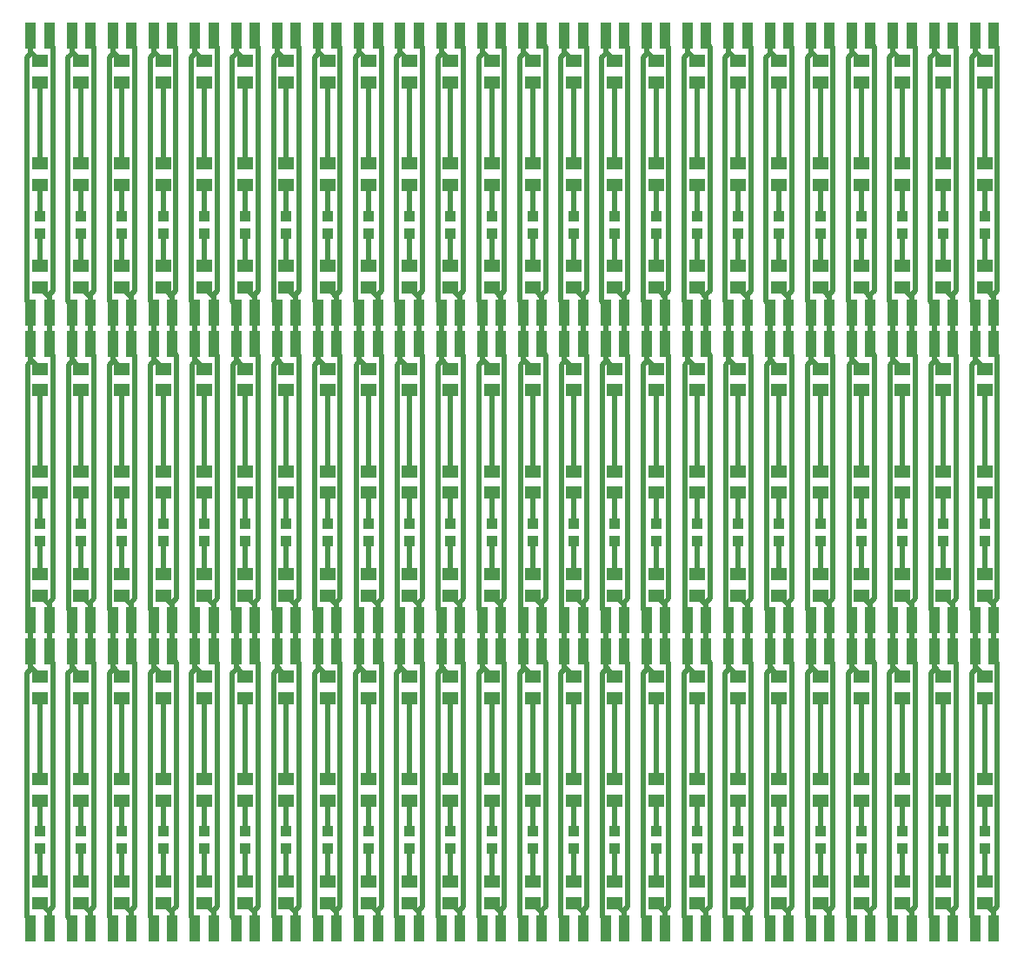
<source format=gbl>
%FSLAX34Y34*%
G04 Gerber Fmt 3.4, Leading zero omitted, Abs format*
G04 (created by PCBNEW (2014-05-23 BZR 4886)-product) date Sat 24 May 2014 10:50:35 PM CEST*
%MOIN*%
G01*
G70*
G90*
G04 APERTURE LIST*
%ADD10C,0.005906*%
%ADD11R,0.043300X0.039300*%
%ADD12R,0.059055X0.047244*%
%ADD13R,0.039370X0.098425*%
%ADD14C,0.020000*%
G04 APERTURE END LIST*
G54D10*
G54D11*
X113582Y-53957D03*
X113582Y-54625D03*
X113582Y-65768D03*
X113582Y-66436D03*
X113582Y-42146D03*
X113582Y-42814D03*
G54D12*
X113582Y-36201D03*
X113582Y-37027D03*
X113582Y-48012D03*
X113582Y-48838D03*
X113582Y-51949D03*
X113582Y-52775D03*
X113582Y-55886D03*
X113582Y-56712D03*
X113582Y-59823D03*
X113582Y-60649D03*
X113582Y-63760D03*
X113582Y-64586D03*
X113582Y-67697D03*
X113582Y-68523D03*
X113582Y-40138D03*
X113582Y-40964D03*
X113582Y-44075D03*
X113582Y-44901D03*
G54D13*
X113937Y-69488D03*
X113228Y-69488D03*
X113937Y-58858D03*
X113228Y-58858D03*
X113937Y-57677D03*
X113228Y-57677D03*
X113937Y-47047D03*
X113228Y-47047D03*
X113937Y-45866D03*
X113228Y-45866D03*
X113937Y-35236D03*
X113228Y-35236D03*
X112362Y-35236D03*
X111653Y-35236D03*
X112362Y-45866D03*
X111653Y-45866D03*
X112362Y-47047D03*
X111653Y-47047D03*
X112362Y-57677D03*
X111653Y-57677D03*
X112362Y-58858D03*
X111653Y-58858D03*
X112362Y-69488D03*
X111653Y-69488D03*
G54D12*
X112007Y-44075D03*
X112007Y-44901D03*
X112007Y-40138D03*
X112007Y-40964D03*
X112007Y-67697D03*
X112007Y-68523D03*
X112007Y-63760D03*
X112007Y-64586D03*
X112007Y-59823D03*
X112007Y-60649D03*
X112007Y-55886D03*
X112007Y-56712D03*
X112007Y-51949D03*
X112007Y-52775D03*
X112007Y-48012D03*
X112007Y-48838D03*
X112007Y-36201D03*
X112007Y-37027D03*
G54D11*
X112007Y-42146D03*
X112007Y-42814D03*
X112007Y-65768D03*
X112007Y-66436D03*
X112007Y-53957D03*
X112007Y-54625D03*
X146653Y-53957D03*
X146653Y-54625D03*
X146653Y-65768D03*
X146653Y-66436D03*
X146653Y-42146D03*
X146653Y-42814D03*
G54D12*
X146653Y-36201D03*
X146653Y-37027D03*
X146653Y-48012D03*
X146653Y-48838D03*
X146653Y-51949D03*
X146653Y-52775D03*
X146653Y-55886D03*
X146653Y-56712D03*
X146653Y-59823D03*
X146653Y-60649D03*
X146653Y-63760D03*
X146653Y-64586D03*
X146653Y-67697D03*
X146653Y-68523D03*
X146653Y-40138D03*
X146653Y-40964D03*
X146653Y-44075D03*
X146653Y-44901D03*
G54D13*
X147007Y-69488D03*
X146299Y-69488D03*
X147007Y-58858D03*
X146299Y-58858D03*
X147007Y-57677D03*
X146299Y-57677D03*
X147007Y-47047D03*
X146299Y-47047D03*
X147007Y-45866D03*
X146299Y-45866D03*
X147007Y-35236D03*
X146299Y-35236D03*
X148582Y-35236D03*
X147874Y-35236D03*
X148582Y-45866D03*
X147874Y-45866D03*
X148582Y-47047D03*
X147874Y-47047D03*
X148582Y-57677D03*
X147874Y-57677D03*
X148582Y-58858D03*
X147874Y-58858D03*
X148582Y-69488D03*
X147874Y-69488D03*
G54D12*
X148228Y-44075D03*
X148228Y-44901D03*
X148228Y-40138D03*
X148228Y-40964D03*
X148228Y-67697D03*
X148228Y-68523D03*
X148228Y-63760D03*
X148228Y-64586D03*
X148228Y-59823D03*
X148228Y-60649D03*
X148228Y-55886D03*
X148228Y-56712D03*
X148228Y-51949D03*
X148228Y-52775D03*
X148228Y-48012D03*
X148228Y-48838D03*
X148228Y-36201D03*
X148228Y-37027D03*
G54D11*
X148228Y-42146D03*
X148228Y-42814D03*
X148228Y-65768D03*
X148228Y-66436D03*
X148228Y-53957D03*
X148228Y-54625D03*
X118307Y-53957D03*
X118307Y-54625D03*
X118307Y-65768D03*
X118307Y-66436D03*
X118307Y-42146D03*
X118307Y-42814D03*
G54D12*
X118307Y-36201D03*
X118307Y-37027D03*
X118307Y-48012D03*
X118307Y-48838D03*
X118307Y-51949D03*
X118307Y-52775D03*
X118307Y-55886D03*
X118307Y-56712D03*
X118307Y-59823D03*
X118307Y-60649D03*
X118307Y-63760D03*
X118307Y-64586D03*
X118307Y-67697D03*
X118307Y-68523D03*
X118307Y-40138D03*
X118307Y-40964D03*
X118307Y-44075D03*
X118307Y-44901D03*
G54D13*
X118661Y-69488D03*
X117952Y-69488D03*
X118661Y-58858D03*
X117952Y-58858D03*
X118661Y-57677D03*
X117952Y-57677D03*
X118661Y-47047D03*
X117952Y-47047D03*
X118661Y-45866D03*
X117952Y-45866D03*
X118661Y-35236D03*
X117952Y-35236D03*
X120236Y-35236D03*
X119527Y-35236D03*
X120236Y-45866D03*
X119527Y-45866D03*
X120236Y-47047D03*
X119527Y-47047D03*
X120236Y-57677D03*
X119527Y-57677D03*
X120236Y-58858D03*
X119527Y-58858D03*
X120236Y-69488D03*
X119527Y-69488D03*
G54D12*
X119881Y-44075D03*
X119881Y-44901D03*
X119881Y-40138D03*
X119881Y-40964D03*
X119881Y-67697D03*
X119881Y-68523D03*
X119881Y-63760D03*
X119881Y-64586D03*
X119881Y-59823D03*
X119881Y-60649D03*
X119881Y-55886D03*
X119881Y-56712D03*
X119881Y-51949D03*
X119881Y-52775D03*
X119881Y-48012D03*
X119881Y-48838D03*
X119881Y-36201D03*
X119881Y-37027D03*
G54D11*
X119881Y-42146D03*
X119881Y-42814D03*
X119881Y-65768D03*
X119881Y-66436D03*
X119881Y-53957D03*
X119881Y-54625D03*
X116732Y-53957D03*
X116732Y-54625D03*
X116732Y-65768D03*
X116732Y-66436D03*
X116732Y-42146D03*
X116732Y-42814D03*
G54D12*
X116732Y-36201D03*
X116732Y-37027D03*
X116732Y-48012D03*
X116732Y-48838D03*
X116732Y-51949D03*
X116732Y-52775D03*
X116732Y-55886D03*
X116732Y-56712D03*
X116732Y-59823D03*
X116732Y-60649D03*
X116732Y-63760D03*
X116732Y-64586D03*
X116732Y-67697D03*
X116732Y-68523D03*
X116732Y-40138D03*
X116732Y-40964D03*
X116732Y-44075D03*
X116732Y-44901D03*
G54D13*
X117086Y-69488D03*
X116377Y-69488D03*
X117086Y-58858D03*
X116377Y-58858D03*
X117086Y-57677D03*
X116377Y-57677D03*
X117086Y-47047D03*
X116377Y-47047D03*
X117086Y-45866D03*
X116377Y-45866D03*
X117086Y-35236D03*
X116377Y-35236D03*
X115511Y-35236D03*
X114803Y-35236D03*
X115511Y-45866D03*
X114803Y-45866D03*
X115511Y-47047D03*
X114803Y-47047D03*
X115511Y-57677D03*
X114803Y-57677D03*
X115511Y-58858D03*
X114803Y-58858D03*
X115511Y-69488D03*
X114803Y-69488D03*
G54D12*
X115157Y-44075D03*
X115157Y-44901D03*
X115157Y-40138D03*
X115157Y-40964D03*
X115157Y-67697D03*
X115157Y-68523D03*
X115157Y-63760D03*
X115157Y-64586D03*
X115157Y-59823D03*
X115157Y-60649D03*
X115157Y-55886D03*
X115157Y-56712D03*
X115157Y-51949D03*
X115157Y-52775D03*
X115157Y-48012D03*
X115157Y-48838D03*
X115157Y-36201D03*
X115157Y-37027D03*
G54D11*
X115157Y-42146D03*
X115157Y-42814D03*
X115157Y-65768D03*
X115157Y-66436D03*
X115157Y-53957D03*
X115157Y-54625D03*
X121456Y-53957D03*
X121456Y-54625D03*
X121456Y-65768D03*
X121456Y-66436D03*
X121456Y-42146D03*
X121456Y-42814D03*
G54D12*
X121456Y-36201D03*
X121456Y-37027D03*
X121456Y-48012D03*
X121456Y-48838D03*
X121456Y-51949D03*
X121456Y-52775D03*
X121456Y-55886D03*
X121456Y-56712D03*
X121456Y-59823D03*
X121456Y-60649D03*
X121456Y-63760D03*
X121456Y-64586D03*
X121456Y-67697D03*
X121456Y-68523D03*
X121456Y-40138D03*
X121456Y-40964D03*
X121456Y-44075D03*
X121456Y-44901D03*
G54D13*
X121811Y-69488D03*
X121102Y-69488D03*
X121811Y-58858D03*
X121102Y-58858D03*
X121811Y-57677D03*
X121102Y-57677D03*
X121811Y-47047D03*
X121102Y-47047D03*
X121811Y-45866D03*
X121102Y-45866D03*
X121811Y-35236D03*
X121102Y-35236D03*
X129685Y-35236D03*
X128976Y-35236D03*
X129685Y-45866D03*
X128976Y-45866D03*
X129685Y-47047D03*
X128976Y-47047D03*
X129685Y-57677D03*
X128976Y-57677D03*
X129685Y-58858D03*
X128976Y-58858D03*
X129685Y-69488D03*
X128976Y-69488D03*
G54D12*
X129330Y-44075D03*
X129330Y-44901D03*
X129330Y-40138D03*
X129330Y-40964D03*
X129330Y-67697D03*
X129330Y-68523D03*
X129330Y-63760D03*
X129330Y-64586D03*
X129330Y-59823D03*
X129330Y-60649D03*
X129330Y-55886D03*
X129330Y-56712D03*
X129330Y-51949D03*
X129330Y-52775D03*
X129330Y-48012D03*
X129330Y-48838D03*
X129330Y-36201D03*
X129330Y-37027D03*
G54D11*
X129330Y-42146D03*
X129330Y-42814D03*
X129330Y-65768D03*
X129330Y-66436D03*
X129330Y-53957D03*
X129330Y-54625D03*
X123031Y-53957D03*
X123031Y-54625D03*
X123031Y-65768D03*
X123031Y-66436D03*
X123031Y-42146D03*
X123031Y-42814D03*
G54D12*
X123031Y-36201D03*
X123031Y-37027D03*
X123031Y-48012D03*
X123031Y-48838D03*
X123031Y-51949D03*
X123031Y-52775D03*
X123031Y-55886D03*
X123031Y-56712D03*
X123031Y-59823D03*
X123031Y-60649D03*
X123031Y-63760D03*
X123031Y-64586D03*
X123031Y-67697D03*
X123031Y-68523D03*
X123031Y-40138D03*
X123031Y-40964D03*
X123031Y-44075D03*
X123031Y-44901D03*
G54D13*
X123385Y-69488D03*
X122677Y-69488D03*
X123385Y-58858D03*
X122677Y-58858D03*
X123385Y-57677D03*
X122677Y-57677D03*
X123385Y-47047D03*
X122677Y-47047D03*
X123385Y-45866D03*
X122677Y-45866D03*
X123385Y-35236D03*
X122677Y-35236D03*
X124960Y-35236D03*
X124251Y-35236D03*
X124960Y-45866D03*
X124251Y-45866D03*
X124960Y-47047D03*
X124251Y-47047D03*
X124960Y-57677D03*
X124251Y-57677D03*
X124960Y-58858D03*
X124251Y-58858D03*
X124960Y-69488D03*
X124251Y-69488D03*
G54D12*
X124606Y-44075D03*
X124606Y-44901D03*
X124606Y-40138D03*
X124606Y-40964D03*
X124606Y-67697D03*
X124606Y-68523D03*
X124606Y-63760D03*
X124606Y-64586D03*
X124606Y-59823D03*
X124606Y-60649D03*
X124606Y-55886D03*
X124606Y-56712D03*
X124606Y-51949D03*
X124606Y-52775D03*
X124606Y-48012D03*
X124606Y-48838D03*
X124606Y-36201D03*
X124606Y-37027D03*
G54D11*
X124606Y-42146D03*
X124606Y-42814D03*
X124606Y-65768D03*
X124606Y-66436D03*
X124606Y-53957D03*
X124606Y-54625D03*
X127755Y-53957D03*
X127755Y-54625D03*
X127755Y-65768D03*
X127755Y-66436D03*
X127755Y-42146D03*
X127755Y-42814D03*
G54D12*
X127755Y-36201D03*
X127755Y-37027D03*
X127755Y-48012D03*
X127755Y-48838D03*
X127755Y-51949D03*
X127755Y-52775D03*
X127755Y-55886D03*
X127755Y-56712D03*
X127755Y-59823D03*
X127755Y-60649D03*
X127755Y-63760D03*
X127755Y-64586D03*
X127755Y-67697D03*
X127755Y-68523D03*
X127755Y-40138D03*
X127755Y-40964D03*
X127755Y-44075D03*
X127755Y-44901D03*
G54D13*
X128110Y-69488D03*
X127401Y-69488D03*
X128110Y-58858D03*
X127401Y-58858D03*
X128110Y-57677D03*
X127401Y-57677D03*
X128110Y-47047D03*
X127401Y-47047D03*
X128110Y-45866D03*
X127401Y-45866D03*
X128110Y-35236D03*
X127401Y-35236D03*
X126535Y-35236D03*
X125826Y-35236D03*
X126535Y-45866D03*
X125826Y-45866D03*
X126535Y-47047D03*
X125826Y-47047D03*
X126535Y-57677D03*
X125826Y-57677D03*
X126535Y-58858D03*
X125826Y-58858D03*
X126535Y-69488D03*
X125826Y-69488D03*
G54D12*
X126181Y-44075D03*
X126181Y-44901D03*
X126181Y-40138D03*
X126181Y-40964D03*
X126181Y-67697D03*
X126181Y-68523D03*
X126181Y-63760D03*
X126181Y-64586D03*
X126181Y-59823D03*
X126181Y-60649D03*
X126181Y-55886D03*
X126181Y-56712D03*
X126181Y-51949D03*
X126181Y-52775D03*
X126181Y-48012D03*
X126181Y-48838D03*
X126181Y-36201D03*
X126181Y-37027D03*
G54D11*
X126181Y-42146D03*
X126181Y-42814D03*
X126181Y-65768D03*
X126181Y-66436D03*
X126181Y-53957D03*
X126181Y-54625D03*
X141929Y-53957D03*
X141929Y-54625D03*
X141929Y-65768D03*
X141929Y-66436D03*
X141929Y-42146D03*
X141929Y-42814D03*
G54D12*
X141929Y-36201D03*
X141929Y-37027D03*
X141929Y-48012D03*
X141929Y-48838D03*
X141929Y-51949D03*
X141929Y-52775D03*
X141929Y-55886D03*
X141929Y-56712D03*
X141929Y-59823D03*
X141929Y-60649D03*
X141929Y-63760D03*
X141929Y-64586D03*
X141929Y-67697D03*
X141929Y-68523D03*
X141929Y-40138D03*
X141929Y-40964D03*
X141929Y-44075D03*
X141929Y-44901D03*
G54D13*
X142283Y-69488D03*
X141574Y-69488D03*
X142283Y-58858D03*
X141574Y-58858D03*
X142283Y-57677D03*
X141574Y-57677D03*
X142283Y-47047D03*
X141574Y-47047D03*
X142283Y-45866D03*
X141574Y-45866D03*
X142283Y-35236D03*
X141574Y-35236D03*
X143858Y-35236D03*
X143149Y-35236D03*
X143858Y-45866D03*
X143149Y-45866D03*
X143858Y-47047D03*
X143149Y-47047D03*
X143858Y-57677D03*
X143149Y-57677D03*
X143858Y-58858D03*
X143149Y-58858D03*
X143858Y-69488D03*
X143149Y-69488D03*
G54D12*
X143503Y-44075D03*
X143503Y-44901D03*
X143503Y-40138D03*
X143503Y-40964D03*
X143503Y-67697D03*
X143503Y-68523D03*
X143503Y-63760D03*
X143503Y-64586D03*
X143503Y-59823D03*
X143503Y-60649D03*
X143503Y-55886D03*
X143503Y-56712D03*
X143503Y-51949D03*
X143503Y-52775D03*
X143503Y-48012D03*
X143503Y-48838D03*
X143503Y-36201D03*
X143503Y-37027D03*
G54D11*
X143503Y-42146D03*
X143503Y-42814D03*
X143503Y-65768D03*
X143503Y-66436D03*
X143503Y-53957D03*
X143503Y-54625D03*
X140354Y-53957D03*
X140354Y-54625D03*
X140354Y-65768D03*
X140354Y-66436D03*
X140354Y-42146D03*
X140354Y-42814D03*
G54D12*
X140354Y-36201D03*
X140354Y-37027D03*
X140354Y-48012D03*
X140354Y-48838D03*
X140354Y-51949D03*
X140354Y-52775D03*
X140354Y-55886D03*
X140354Y-56712D03*
X140354Y-59823D03*
X140354Y-60649D03*
X140354Y-63760D03*
X140354Y-64586D03*
X140354Y-67697D03*
X140354Y-68523D03*
X140354Y-40138D03*
X140354Y-40964D03*
X140354Y-44075D03*
X140354Y-44901D03*
G54D13*
X140708Y-69488D03*
X140000Y-69488D03*
X140708Y-58858D03*
X140000Y-58858D03*
X140708Y-57677D03*
X140000Y-57677D03*
X140708Y-47047D03*
X140000Y-47047D03*
X140708Y-45866D03*
X140000Y-45866D03*
X140708Y-35236D03*
X140000Y-35236D03*
X139133Y-35236D03*
X138425Y-35236D03*
X139133Y-45866D03*
X138425Y-45866D03*
X139133Y-47047D03*
X138425Y-47047D03*
X139133Y-57677D03*
X138425Y-57677D03*
X139133Y-58858D03*
X138425Y-58858D03*
X139133Y-69488D03*
X138425Y-69488D03*
G54D12*
X138779Y-44075D03*
X138779Y-44901D03*
X138779Y-40138D03*
X138779Y-40964D03*
X138779Y-67697D03*
X138779Y-68523D03*
X138779Y-63760D03*
X138779Y-64586D03*
X138779Y-59823D03*
X138779Y-60649D03*
X138779Y-55886D03*
X138779Y-56712D03*
X138779Y-51949D03*
X138779Y-52775D03*
X138779Y-48012D03*
X138779Y-48838D03*
X138779Y-36201D03*
X138779Y-37027D03*
G54D11*
X138779Y-42146D03*
X138779Y-42814D03*
X138779Y-65768D03*
X138779Y-66436D03*
X138779Y-53957D03*
X138779Y-54625D03*
X145078Y-53957D03*
X145078Y-54625D03*
X145078Y-65768D03*
X145078Y-66436D03*
X145078Y-42146D03*
X145078Y-42814D03*
G54D12*
X145078Y-36201D03*
X145078Y-37027D03*
X145078Y-48012D03*
X145078Y-48838D03*
X145078Y-51949D03*
X145078Y-52775D03*
X145078Y-55886D03*
X145078Y-56712D03*
X145078Y-59823D03*
X145078Y-60649D03*
X145078Y-63760D03*
X145078Y-64586D03*
X145078Y-67697D03*
X145078Y-68523D03*
X145078Y-40138D03*
X145078Y-40964D03*
X145078Y-44075D03*
X145078Y-44901D03*
G54D13*
X145433Y-69488D03*
X144724Y-69488D03*
X145433Y-58858D03*
X144724Y-58858D03*
X145433Y-57677D03*
X144724Y-57677D03*
X145433Y-47047D03*
X144724Y-47047D03*
X145433Y-45866D03*
X144724Y-45866D03*
X145433Y-35236D03*
X144724Y-35236D03*
X137559Y-35236D03*
X136850Y-35236D03*
X137559Y-45866D03*
X136850Y-45866D03*
X137559Y-47047D03*
X136850Y-47047D03*
X137559Y-57677D03*
X136850Y-57677D03*
X137559Y-58858D03*
X136850Y-58858D03*
X137559Y-69488D03*
X136850Y-69488D03*
G54D12*
X137204Y-44075D03*
X137204Y-44901D03*
X137204Y-40138D03*
X137204Y-40964D03*
X137204Y-67697D03*
X137204Y-68523D03*
X137204Y-63760D03*
X137204Y-64586D03*
X137204Y-59823D03*
X137204Y-60649D03*
X137204Y-55886D03*
X137204Y-56712D03*
X137204Y-51949D03*
X137204Y-52775D03*
X137204Y-48012D03*
X137204Y-48838D03*
X137204Y-36201D03*
X137204Y-37027D03*
G54D11*
X137204Y-42146D03*
X137204Y-42814D03*
X137204Y-65768D03*
X137204Y-66436D03*
X137204Y-53957D03*
X137204Y-54625D03*
X130905Y-53957D03*
X130905Y-54625D03*
X130905Y-65768D03*
X130905Y-66436D03*
X130905Y-42146D03*
X130905Y-42814D03*
G54D12*
X130905Y-36201D03*
X130905Y-37027D03*
X130905Y-48012D03*
X130905Y-48838D03*
X130905Y-51949D03*
X130905Y-52775D03*
X130905Y-55886D03*
X130905Y-56712D03*
X130905Y-59823D03*
X130905Y-60649D03*
X130905Y-63760D03*
X130905Y-64586D03*
X130905Y-67697D03*
X130905Y-68523D03*
X130905Y-40138D03*
X130905Y-40964D03*
X130905Y-44075D03*
X130905Y-44901D03*
G54D13*
X131259Y-69488D03*
X130551Y-69488D03*
X131259Y-58858D03*
X130551Y-58858D03*
X131259Y-57677D03*
X130551Y-57677D03*
X131259Y-47047D03*
X130551Y-47047D03*
X131259Y-45866D03*
X130551Y-45866D03*
X131259Y-35236D03*
X130551Y-35236D03*
X132834Y-35236D03*
X132125Y-35236D03*
X132834Y-45866D03*
X132125Y-45866D03*
X132834Y-47047D03*
X132125Y-47047D03*
X132834Y-57677D03*
X132125Y-57677D03*
X132834Y-58858D03*
X132125Y-58858D03*
X132834Y-69488D03*
X132125Y-69488D03*
G54D12*
X132480Y-44075D03*
X132480Y-44901D03*
X132480Y-40138D03*
X132480Y-40964D03*
X132480Y-67697D03*
X132480Y-68523D03*
X132480Y-63760D03*
X132480Y-64586D03*
X132480Y-59823D03*
X132480Y-60649D03*
X132480Y-55886D03*
X132480Y-56712D03*
X132480Y-51949D03*
X132480Y-52775D03*
X132480Y-48012D03*
X132480Y-48838D03*
X132480Y-36201D03*
X132480Y-37027D03*
G54D11*
X132480Y-42146D03*
X132480Y-42814D03*
X132480Y-65768D03*
X132480Y-66436D03*
X132480Y-53957D03*
X132480Y-54625D03*
X135629Y-53957D03*
X135629Y-54625D03*
X135629Y-65768D03*
X135629Y-66436D03*
X135629Y-42146D03*
X135629Y-42814D03*
G54D12*
X135629Y-36201D03*
X135629Y-37027D03*
X135629Y-48012D03*
X135629Y-48838D03*
X135629Y-51949D03*
X135629Y-52775D03*
X135629Y-55886D03*
X135629Y-56712D03*
X135629Y-59823D03*
X135629Y-60649D03*
X135629Y-63760D03*
X135629Y-64586D03*
X135629Y-67697D03*
X135629Y-68523D03*
X135629Y-40138D03*
X135629Y-40964D03*
X135629Y-44075D03*
X135629Y-44901D03*
G54D13*
X135984Y-69488D03*
X135275Y-69488D03*
X135984Y-58858D03*
X135275Y-58858D03*
X135984Y-57677D03*
X135275Y-57677D03*
X135984Y-47047D03*
X135275Y-47047D03*
X135984Y-45866D03*
X135275Y-45866D03*
X135984Y-35236D03*
X135275Y-35236D03*
X134409Y-35236D03*
X133700Y-35236D03*
X134409Y-45866D03*
X133700Y-45866D03*
X134409Y-47047D03*
X133700Y-47047D03*
X134409Y-57677D03*
X133700Y-57677D03*
X134409Y-58858D03*
X133700Y-58858D03*
X134409Y-69488D03*
X133700Y-69488D03*
G54D12*
X134055Y-44075D03*
X134055Y-44901D03*
X134055Y-40138D03*
X134055Y-40964D03*
X134055Y-67697D03*
X134055Y-68523D03*
X134055Y-63760D03*
X134055Y-64586D03*
X134055Y-59823D03*
X134055Y-60649D03*
X134055Y-55886D03*
X134055Y-56712D03*
X134055Y-51949D03*
X134055Y-52775D03*
X134055Y-48012D03*
X134055Y-48838D03*
X134055Y-36201D03*
X134055Y-37027D03*
G54D11*
X134055Y-42146D03*
X134055Y-42814D03*
X134055Y-65768D03*
X134055Y-66436D03*
X134055Y-53957D03*
X134055Y-54625D03*
G54D14*
X113228Y-69488D02*
X113228Y-69192D01*
X113228Y-69192D02*
X113090Y-69055D01*
X113090Y-69055D02*
X113090Y-59688D01*
X113090Y-59688D02*
X113228Y-59550D01*
X113228Y-59550D02*
X113228Y-58858D01*
X113228Y-57677D02*
X113228Y-57381D01*
X113228Y-57381D02*
X113107Y-57260D01*
X113228Y-47739D02*
X113228Y-47047D01*
X113107Y-57260D02*
X113107Y-47860D01*
X113107Y-47860D02*
X113228Y-47739D01*
X113582Y-36201D02*
X113228Y-35846D01*
X113228Y-35846D02*
X113228Y-35236D01*
X113228Y-47047D02*
X113228Y-47657D01*
X113228Y-47657D02*
X113582Y-48012D01*
X113228Y-47047D02*
X113228Y-45866D01*
X113228Y-58858D02*
X113228Y-57677D01*
X113582Y-59823D02*
X113228Y-59468D01*
X113228Y-59468D02*
X113228Y-58858D01*
X113228Y-35236D02*
X113228Y-35531D01*
X113228Y-35928D02*
X113228Y-35236D01*
X113087Y-36069D02*
X113228Y-35928D01*
X113087Y-45429D02*
X113087Y-36069D01*
X113228Y-45570D02*
X113087Y-45429D01*
X113228Y-45866D02*
X113228Y-45570D01*
X111653Y-45866D02*
X111653Y-45570D01*
X111653Y-45570D02*
X111512Y-45429D01*
X111512Y-45429D02*
X111512Y-36069D01*
X111512Y-36069D02*
X111653Y-35928D01*
X111653Y-35928D02*
X111653Y-35236D01*
X111653Y-35236D02*
X111653Y-35531D01*
X111653Y-59468D02*
X111653Y-58858D01*
X112007Y-59823D02*
X111653Y-59468D01*
X111653Y-58858D02*
X111653Y-57677D01*
X111653Y-47047D02*
X111653Y-45866D01*
X111653Y-47657D02*
X112007Y-48012D01*
X111653Y-47047D02*
X111653Y-47657D01*
X111653Y-35846D02*
X111653Y-35236D01*
X112007Y-36201D02*
X111653Y-35846D01*
X111532Y-47860D02*
X111653Y-47739D01*
X111532Y-57260D02*
X111532Y-47860D01*
X111653Y-47739D02*
X111653Y-47047D01*
X111653Y-57381D02*
X111532Y-57260D01*
X111653Y-57677D02*
X111653Y-57381D01*
X111653Y-59550D02*
X111653Y-58858D01*
X111515Y-59688D02*
X111653Y-59550D01*
X111515Y-69055D02*
X111515Y-59688D01*
X111653Y-69192D02*
X111515Y-69055D01*
X111653Y-69488D02*
X111653Y-69192D01*
X146299Y-69488D02*
X146299Y-69192D01*
X146299Y-69192D02*
X146161Y-69055D01*
X146161Y-69055D02*
X146161Y-59688D01*
X146161Y-59688D02*
X146299Y-59550D01*
X146299Y-59550D02*
X146299Y-58858D01*
X146299Y-57677D02*
X146299Y-57381D01*
X146299Y-57381D02*
X146178Y-57260D01*
X146299Y-47739D02*
X146299Y-47047D01*
X146178Y-57260D02*
X146178Y-47860D01*
X146178Y-47860D02*
X146299Y-47739D01*
X146653Y-36201D02*
X146299Y-35846D01*
X146299Y-35846D02*
X146299Y-35236D01*
X146299Y-47047D02*
X146299Y-47657D01*
X146299Y-47657D02*
X146653Y-48012D01*
X146299Y-47047D02*
X146299Y-45866D01*
X146299Y-58858D02*
X146299Y-57677D01*
X146653Y-59823D02*
X146299Y-59468D01*
X146299Y-59468D02*
X146299Y-58858D01*
X146299Y-35236D02*
X146299Y-35531D01*
X146299Y-35928D02*
X146299Y-35236D01*
X146158Y-36069D02*
X146299Y-35928D01*
X146158Y-45429D02*
X146158Y-36069D01*
X146299Y-45570D02*
X146158Y-45429D01*
X146299Y-45866D02*
X146299Y-45570D01*
X147874Y-45866D02*
X147874Y-45570D01*
X147874Y-45570D02*
X147733Y-45429D01*
X147733Y-45429D02*
X147733Y-36069D01*
X147733Y-36069D02*
X147874Y-35928D01*
X147874Y-35928D02*
X147874Y-35236D01*
X147874Y-35236D02*
X147874Y-35531D01*
X147874Y-59468D02*
X147874Y-58858D01*
X148228Y-59823D02*
X147874Y-59468D01*
X147874Y-58858D02*
X147874Y-57677D01*
X147874Y-47047D02*
X147874Y-45866D01*
X147874Y-47657D02*
X148228Y-48012D01*
X147874Y-47047D02*
X147874Y-47657D01*
X147874Y-35846D02*
X147874Y-35236D01*
X148228Y-36201D02*
X147874Y-35846D01*
X147753Y-47860D02*
X147874Y-47739D01*
X147753Y-57260D02*
X147753Y-47860D01*
X147874Y-47739D02*
X147874Y-47047D01*
X147874Y-57381D02*
X147753Y-57260D01*
X147874Y-57677D02*
X147874Y-57381D01*
X147874Y-59550D02*
X147874Y-58858D01*
X147736Y-59688D02*
X147874Y-59550D01*
X147736Y-69055D02*
X147736Y-59688D01*
X147874Y-69192D02*
X147736Y-69055D01*
X147874Y-69488D02*
X147874Y-69192D01*
X136850Y-45866D02*
X136850Y-45570D01*
X136850Y-45570D02*
X136709Y-45429D01*
X136709Y-45429D02*
X136709Y-36069D01*
X136709Y-36069D02*
X136850Y-35928D01*
X136850Y-35928D02*
X136850Y-35236D01*
X136850Y-35236D02*
X136850Y-35531D01*
X136850Y-59468D02*
X136850Y-58858D01*
X137204Y-59823D02*
X136850Y-59468D01*
X136850Y-58858D02*
X136850Y-57677D01*
X136850Y-47047D02*
X136850Y-45866D01*
X136850Y-47657D02*
X137204Y-48012D01*
X136850Y-47047D02*
X136850Y-47657D01*
X136850Y-35846D02*
X136850Y-35236D01*
X137204Y-36201D02*
X136850Y-35846D01*
X136729Y-47860D02*
X136850Y-47739D01*
X136729Y-57260D02*
X136729Y-47860D01*
X136850Y-47739D02*
X136850Y-47047D01*
X136850Y-57381D02*
X136729Y-57260D01*
X136850Y-57677D02*
X136850Y-57381D01*
X136850Y-59550D02*
X136850Y-58858D01*
X136712Y-59688D02*
X136850Y-59550D01*
X136712Y-69055D02*
X136712Y-59688D01*
X136850Y-69192D02*
X136712Y-69055D01*
X136850Y-69488D02*
X136850Y-69192D01*
X130551Y-69488D02*
X130551Y-69192D01*
X130551Y-69192D02*
X130413Y-69055D01*
X130413Y-69055D02*
X130413Y-59688D01*
X130413Y-59688D02*
X130551Y-59550D01*
X130551Y-59550D02*
X130551Y-58858D01*
X130551Y-57677D02*
X130551Y-57381D01*
X130551Y-57381D02*
X130430Y-57260D01*
X130551Y-47739D02*
X130551Y-47047D01*
X130430Y-57260D02*
X130430Y-47860D01*
X130430Y-47860D02*
X130551Y-47739D01*
X130905Y-36201D02*
X130551Y-35846D01*
X130551Y-35846D02*
X130551Y-35236D01*
X130551Y-47047D02*
X130551Y-47657D01*
X130551Y-47657D02*
X130905Y-48012D01*
X130551Y-47047D02*
X130551Y-45866D01*
X130551Y-58858D02*
X130551Y-57677D01*
X130905Y-59823D02*
X130551Y-59468D01*
X130551Y-59468D02*
X130551Y-58858D01*
X130551Y-35236D02*
X130551Y-35531D01*
X130551Y-35928D02*
X130551Y-35236D01*
X130410Y-36069D02*
X130551Y-35928D01*
X130410Y-45429D02*
X130410Y-36069D01*
X130551Y-45570D02*
X130410Y-45429D01*
X130551Y-45866D02*
X130551Y-45570D01*
X132125Y-45866D02*
X132125Y-45570D01*
X132125Y-45570D02*
X131985Y-45429D01*
X131985Y-45429D02*
X131985Y-36069D01*
X131985Y-36069D02*
X132125Y-35928D01*
X132125Y-35928D02*
X132125Y-35236D01*
X132125Y-35236D02*
X132125Y-35531D01*
X132125Y-59468D02*
X132125Y-58858D01*
X132480Y-59823D02*
X132125Y-59468D01*
X132125Y-58858D02*
X132125Y-57677D01*
X132125Y-47047D02*
X132125Y-45866D01*
X132125Y-47657D02*
X132480Y-48012D01*
X132125Y-47047D02*
X132125Y-47657D01*
X132125Y-35846D02*
X132125Y-35236D01*
X132480Y-36201D02*
X132125Y-35846D01*
X132005Y-47860D02*
X132125Y-47739D01*
X132005Y-57260D02*
X132005Y-47860D01*
X132125Y-47739D02*
X132125Y-47047D01*
X132125Y-57381D02*
X132005Y-57260D01*
X132125Y-57677D02*
X132125Y-57381D01*
X132125Y-59550D02*
X132125Y-58858D01*
X131988Y-59688D02*
X132125Y-59550D01*
X131988Y-69055D02*
X131988Y-59688D01*
X132125Y-69192D02*
X131988Y-69055D01*
X132125Y-69488D02*
X132125Y-69192D01*
X135275Y-69488D02*
X135275Y-69192D01*
X135275Y-69192D02*
X135137Y-69055D01*
X135137Y-69055D02*
X135137Y-59688D01*
X135137Y-59688D02*
X135275Y-59550D01*
X135275Y-59550D02*
X135275Y-58858D01*
X135275Y-57677D02*
X135275Y-57381D01*
X135275Y-57381D02*
X135154Y-57260D01*
X135275Y-47739D02*
X135275Y-47047D01*
X135154Y-57260D02*
X135154Y-47860D01*
X135154Y-47860D02*
X135275Y-47739D01*
X135629Y-36201D02*
X135275Y-35846D01*
X135275Y-35846D02*
X135275Y-35236D01*
X135275Y-47047D02*
X135275Y-47657D01*
X135275Y-47657D02*
X135629Y-48012D01*
X135275Y-47047D02*
X135275Y-45866D01*
X135275Y-58858D02*
X135275Y-57677D01*
X135629Y-59823D02*
X135275Y-59468D01*
X135275Y-59468D02*
X135275Y-58858D01*
X135275Y-35236D02*
X135275Y-35531D01*
X135275Y-35928D02*
X135275Y-35236D01*
X135134Y-36069D02*
X135275Y-35928D01*
X135134Y-45429D02*
X135134Y-36069D01*
X135275Y-45570D02*
X135134Y-45429D01*
X135275Y-45866D02*
X135275Y-45570D01*
X133700Y-45866D02*
X133700Y-45570D01*
X133700Y-45570D02*
X133559Y-45429D01*
X133559Y-45429D02*
X133559Y-36069D01*
X133559Y-36069D02*
X133700Y-35928D01*
X133700Y-35928D02*
X133700Y-35236D01*
X133700Y-35236D02*
X133700Y-35531D01*
X133700Y-59468D02*
X133700Y-58858D01*
X134055Y-59823D02*
X133700Y-59468D01*
X133700Y-58858D02*
X133700Y-57677D01*
X133700Y-47047D02*
X133700Y-45866D01*
X133700Y-47657D02*
X134055Y-48012D01*
X133700Y-47047D02*
X133700Y-47657D01*
X133700Y-35846D02*
X133700Y-35236D01*
X134055Y-36201D02*
X133700Y-35846D01*
X133579Y-47860D02*
X133700Y-47739D01*
X133579Y-57260D02*
X133579Y-47860D01*
X133700Y-47739D02*
X133700Y-47047D01*
X133700Y-57381D02*
X133579Y-57260D01*
X133700Y-57677D02*
X133700Y-57381D01*
X133700Y-59550D02*
X133700Y-58858D01*
X133562Y-59688D02*
X133700Y-59550D01*
X133562Y-69055D02*
X133562Y-59688D01*
X133700Y-69192D02*
X133562Y-69055D01*
X133700Y-69488D02*
X133700Y-69192D01*
X141574Y-69488D02*
X141574Y-69192D01*
X141574Y-69192D02*
X141437Y-69055D01*
X141437Y-69055D02*
X141437Y-59688D01*
X141437Y-59688D02*
X141574Y-59550D01*
X141574Y-59550D02*
X141574Y-58858D01*
X141574Y-57677D02*
X141574Y-57381D01*
X141574Y-57381D02*
X141453Y-57260D01*
X141574Y-47739D02*
X141574Y-47047D01*
X141453Y-57260D02*
X141453Y-47860D01*
X141453Y-47860D02*
X141574Y-47739D01*
X141929Y-36201D02*
X141574Y-35846D01*
X141574Y-35846D02*
X141574Y-35236D01*
X141574Y-47047D02*
X141574Y-47657D01*
X141574Y-47657D02*
X141929Y-48012D01*
X141574Y-47047D02*
X141574Y-45866D01*
X141574Y-58858D02*
X141574Y-57677D01*
X141929Y-59823D02*
X141574Y-59468D01*
X141574Y-59468D02*
X141574Y-58858D01*
X141574Y-35236D02*
X141574Y-35531D01*
X141574Y-35928D02*
X141574Y-35236D01*
X141433Y-36069D02*
X141574Y-35928D01*
X141433Y-45429D02*
X141433Y-36069D01*
X141574Y-45570D02*
X141433Y-45429D01*
X141574Y-45866D02*
X141574Y-45570D01*
X143149Y-45866D02*
X143149Y-45570D01*
X143149Y-45570D02*
X143008Y-45429D01*
X143008Y-45429D02*
X143008Y-36069D01*
X143008Y-36069D02*
X143149Y-35928D01*
X143149Y-35928D02*
X143149Y-35236D01*
X143149Y-35236D02*
X143149Y-35531D01*
X143149Y-59468D02*
X143149Y-58858D01*
X143503Y-59823D02*
X143149Y-59468D01*
X143149Y-58858D02*
X143149Y-57677D01*
X143149Y-47047D02*
X143149Y-45866D01*
X143149Y-47657D02*
X143503Y-48012D01*
X143149Y-47047D02*
X143149Y-47657D01*
X143149Y-35846D02*
X143149Y-35236D01*
X143503Y-36201D02*
X143149Y-35846D01*
X143028Y-47860D02*
X143149Y-47739D01*
X143028Y-57260D02*
X143028Y-47860D01*
X143149Y-47739D02*
X143149Y-47047D01*
X143149Y-57381D02*
X143028Y-57260D01*
X143149Y-57677D02*
X143149Y-57381D01*
X143149Y-59550D02*
X143149Y-58858D01*
X143011Y-59688D02*
X143149Y-59550D01*
X143011Y-69055D02*
X143011Y-59688D01*
X143149Y-69192D02*
X143011Y-69055D01*
X143149Y-69488D02*
X143149Y-69192D01*
X140000Y-69488D02*
X140000Y-69192D01*
X140000Y-69192D02*
X139862Y-69055D01*
X139862Y-69055D02*
X139862Y-59688D01*
X139862Y-59688D02*
X140000Y-59550D01*
X140000Y-59550D02*
X140000Y-58858D01*
X140000Y-57677D02*
X140000Y-57381D01*
X140000Y-57381D02*
X139879Y-57260D01*
X140000Y-47739D02*
X140000Y-47047D01*
X139879Y-57260D02*
X139879Y-47860D01*
X139879Y-47860D02*
X140000Y-47739D01*
X140354Y-36201D02*
X140000Y-35846D01*
X140000Y-35846D02*
X140000Y-35236D01*
X140000Y-47047D02*
X140000Y-47657D01*
X140000Y-47657D02*
X140354Y-48012D01*
X140000Y-47047D02*
X140000Y-45866D01*
X140000Y-58858D02*
X140000Y-57677D01*
X140354Y-59823D02*
X140000Y-59468D01*
X140000Y-59468D02*
X140000Y-58858D01*
X140000Y-35236D02*
X140000Y-35531D01*
X140000Y-35928D02*
X140000Y-35236D01*
X139859Y-36069D02*
X140000Y-35928D01*
X139859Y-45429D02*
X139859Y-36069D01*
X140000Y-45570D02*
X139859Y-45429D01*
X140000Y-45866D02*
X140000Y-45570D01*
X138425Y-45866D02*
X138425Y-45570D01*
X138425Y-45570D02*
X138284Y-45429D01*
X138284Y-45429D02*
X138284Y-36069D01*
X138284Y-36069D02*
X138425Y-35928D01*
X138425Y-35928D02*
X138425Y-35236D01*
X138425Y-35236D02*
X138425Y-35531D01*
X138425Y-59468D02*
X138425Y-58858D01*
X138779Y-59823D02*
X138425Y-59468D01*
X138425Y-58858D02*
X138425Y-57677D01*
X138425Y-47047D02*
X138425Y-45866D01*
X138425Y-47657D02*
X138779Y-48012D01*
X138425Y-47047D02*
X138425Y-47657D01*
X138425Y-35846D02*
X138425Y-35236D01*
X138779Y-36201D02*
X138425Y-35846D01*
X138304Y-47860D02*
X138425Y-47739D01*
X138304Y-57260D02*
X138304Y-47860D01*
X138425Y-47739D02*
X138425Y-47047D01*
X138425Y-57381D02*
X138304Y-57260D01*
X138425Y-57677D02*
X138425Y-57381D01*
X138425Y-59550D02*
X138425Y-58858D01*
X138287Y-59688D02*
X138425Y-59550D01*
X138287Y-69055D02*
X138287Y-59688D01*
X138425Y-69192D02*
X138287Y-69055D01*
X138425Y-69488D02*
X138425Y-69192D01*
X144724Y-69488D02*
X144724Y-69192D01*
X144724Y-69192D02*
X144586Y-69055D01*
X144586Y-69055D02*
X144586Y-59688D01*
X144586Y-59688D02*
X144724Y-59550D01*
X144724Y-59550D02*
X144724Y-58858D01*
X144724Y-57677D02*
X144724Y-57381D01*
X144724Y-57381D02*
X144603Y-57260D01*
X144724Y-47739D02*
X144724Y-47047D01*
X144603Y-57260D02*
X144603Y-47860D01*
X144603Y-47860D02*
X144724Y-47739D01*
X145078Y-36201D02*
X144724Y-35846D01*
X144724Y-35846D02*
X144724Y-35236D01*
X144724Y-47047D02*
X144724Y-47657D01*
X144724Y-47657D02*
X145078Y-48012D01*
X144724Y-47047D02*
X144724Y-45866D01*
X144724Y-58858D02*
X144724Y-57677D01*
X145078Y-59823D02*
X144724Y-59468D01*
X144724Y-59468D02*
X144724Y-58858D01*
X144724Y-35236D02*
X144724Y-35531D01*
X144724Y-35928D02*
X144724Y-35236D01*
X144583Y-36069D02*
X144724Y-35928D01*
X144583Y-45429D02*
X144583Y-36069D01*
X144724Y-45570D02*
X144583Y-45429D01*
X144724Y-45866D02*
X144724Y-45570D01*
X128976Y-45866D02*
X128976Y-45570D01*
X128976Y-45570D02*
X128835Y-45429D01*
X128835Y-45429D02*
X128835Y-36069D01*
X128835Y-36069D02*
X128976Y-35928D01*
X128976Y-35928D02*
X128976Y-35236D01*
X128976Y-35236D02*
X128976Y-35531D01*
X128976Y-59468D02*
X128976Y-58858D01*
X129330Y-59823D02*
X128976Y-59468D01*
X128976Y-58858D02*
X128976Y-57677D01*
X128976Y-47047D02*
X128976Y-45866D01*
X128976Y-47657D02*
X129330Y-48012D01*
X128976Y-47047D02*
X128976Y-47657D01*
X128976Y-35846D02*
X128976Y-35236D01*
X129330Y-36201D02*
X128976Y-35846D01*
X128855Y-47860D02*
X128976Y-47739D01*
X128855Y-57260D02*
X128855Y-47860D01*
X128976Y-47739D02*
X128976Y-47047D01*
X128976Y-57381D02*
X128855Y-57260D01*
X128976Y-57677D02*
X128976Y-57381D01*
X128976Y-59550D02*
X128976Y-58858D01*
X128838Y-59688D02*
X128976Y-59550D01*
X128838Y-69055D02*
X128838Y-59688D01*
X128976Y-69192D02*
X128838Y-69055D01*
X128976Y-69488D02*
X128976Y-69192D01*
X122677Y-69488D02*
X122677Y-69192D01*
X122677Y-69192D02*
X122539Y-69055D01*
X122539Y-69055D02*
X122539Y-59688D01*
X122539Y-59688D02*
X122677Y-59550D01*
X122677Y-59550D02*
X122677Y-58858D01*
X122677Y-57677D02*
X122677Y-57381D01*
X122677Y-57381D02*
X122556Y-57260D01*
X122677Y-47739D02*
X122677Y-47047D01*
X122556Y-57260D02*
X122556Y-47860D01*
X122556Y-47860D02*
X122677Y-47739D01*
X123031Y-36201D02*
X122677Y-35846D01*
X122677Y-35846D02*
X122677Y-35236D01*
X122677Y-47047D02*
X122677Y-47657D01*
X122677Y-47657D02*
X123031Y-48012D01*
X122677Y-47047D02*
X122677Y-45866D01*
X122677Y-58858D02*
X122677Y-57677D01*
X123031Y-59823D02*
X122677Y-59468D01*
X122677Y-59468D02*
X122677Y-58858D01*
X122677Y-35236D02*
X122677Y-35531D01*
X122677Y-35928D02*
X122677Y-35236D01*
X122536Y-36069D02*
X122677Y-35928D01*
X122536Y-45429D02*
X122536Y-36069D01*
X122677Y-45570D02*
X122536Y-45429D01*
X122677Y-45866D02*
X122677Y-45570D01*
X124251Y-45866D02*
X124251Y-45570D01*
X124251Y-45570D02*
X124111Y-45429D01*
X124111Y-45429D02*
X124111Y-36069D01*
X124111Y-36069D02*
X124251Y-35928D01*
X124251Y-35928D02*
X124251Y-35236D01*
X124251Y-35236D02*
X124251Y-35531D01*
X124251Y-59468D02*
X124251Y-58858D01*
X124606Y-59823D02*
X124251Y-59468D01*
X124251Y-58858D02*
X124251Y-57677D01*
X124251Y-47047D02*
X124251Y-45866D01*
X124251Y-47657D02*
X124606Y-48012D01*
X124251Y-47047D02*
X124251Y-47657D01*
X124251Y-35846D02*
X124251Y-35236D01*
X124606Y-36201D02*
X124251Y-35846D01*
X124131Y-47860D02*
X124251Y-47739D01*
X124131Y-57260D02*
X124131Y-47860D01*
X124251Y-47739D02*
X124251Y-47047D01*
X124251Y-57381D02*
X124131Y-57260D01*
X124251Y-57677D02*
X124251Y-57381D01*
X124251Y-59550D02*
X124251Y-58858D01*
X124114Y-59688D02*
X124251Y-59550D01*
X124114Y-69055D02*
X124114Y-59688D01*
X124251Y-69192D02*
X124114Y-69055D01*
X124251Y-69488D02*
X124251Y-69192D01*
X127401Y-69488D02*
X127401Y-69192D01*
X127401Y-69192D02*
X127263Y-69055D01*
X127263Y-69055D02*
X127263Y-59688D01*
X127263Y-59688D02*
X127401Y-59550D01*
X127401Y-59550D02*
X127401Y-58858D01*
X127401Y-57677D02*
X127401Y-57381D01*
X127401Y-57381D02*
X127280Y-57260D01*
X127401Y-47739D02*
X127401Y-47047D01*
X127280Y-57260D02*
X127280Y-47860D01*
X127280Y-47860D02*
X127401Y-47739D01*
X127755Y-36201D02*
X127401Y-35846D01*
X127401Y-35846D02*
X127401Y-35236D01*
X127401Y-47047D02*
X127401Y-47657D01*
X127401Y-47657D02*
X127755Y-48012D01*
X127401Y-47047D02*
X127401Y-45866D01*
X127401Y-58858D02*
X127401Y-57677D01*
X127755Y-59823D02*
X127401Y-59468D01*
X127401Y-59468D02*
X127401Y-58858D01*
X127401Y-35236D02*
X127401Y-35531D01*
X127401Y-35928D02*
X127401Y-35236D01*
X127260Y-36069D02*
X127401Y-35928D01*
X127260Y-45429D02*
X127260Y-36069D01*
X127401Y-45570D02*
X127260Y-45429D01*
X127401Y-45866D02*
X127401Y-45570D01*
X125826Y-45866D02*
X125826Y-45570D01*
X125826Y-45570D02*
X125685Y-45429D01*
X125685Y-45429D02*
X125685Y-36069D01*
X125685Y-36069D02*
X125826Y-35928D01*
X125826Y-35928D02*
X125826Y-35236D01*
X125826Y-35236D02*
X125826Y-35531D01*
X125826Y-59468D02*
X125826Y-58858D01*
X126181Y-59823D02*
X125826Y-59468D01*
X125826Y-58858D02*
X125826Y-57677D01*
X125826Y-47047D02*
X125826Y-45866D01*
X125826Y-47657D02*
X126181Y-48012D01*
X125826Y-47047D02*
X125826Y-47657D01*
X125826Y-35846D02*
X125826Y-35236D01*
X126181Y-36201D02*
X125826Y-35846D01*
X125705Y-47860D02*
X125826Y-47739D01*
X125705Y-57260D02*
X125705Y-47860D01*
X125826Y-47739D02*
X125826Y-47047D01*
X125826Y-57381D02*
X125705Y-57260D01*
X125826Y-57677D02*
X125826Y-57381D01*
X125826Y-59550D02*
X125826Y-58858D01*
X125688Y-59688D02*
X125826Y-59550D01*
X125688Y-69055D02*
X125688Y-59688D01*
X125826Y-69192D02*
X125688Y-69055D01*
X125826Y-69488D02*
X125826Y-69192D01*
X117952Y-69488D02*
X117952Y-69192D01*
X117952Y-69192D02*
X117814Y-69055D01*
X117814Y-69055D02*
X117814Y-59688D01*
X117814Y-59688D02*
X117952Y-59550D01*
X117952Y-59550D02*
X117952Y-58858D01*
X117952Y-57677D02*
X117952Y-57381D01*
X117952Y-57381D02*
X117831Y-57260D01*
X117952Y-47739D02*
X117952Y-47047D01*
X117831Y-57260D02*
X117831Y-47860D01*
X117831Y-47860D02*
X117952Y-47739D01*
X118307Y-36201D02*
X117952Y-35846D01*
X117952Y-35846D02*
X117952Y-35236D01*
X117952Y-47047D02*
X117952Y-47657D01*
X117952Y-47657D02*
X118307Y-48012D01*
X117952Y-47047D02*
X117952Y-45866D01*
X117952Y-58858D02*
X117952Y-57677D01*
X118307Y-59823D02*
X117952Y-59468D01*
X117952Y-59468D02*
X117952Y-58858D01*
X117952Y-35236D02*
X117952Y-35531D01*
X117952Y-35928D02*
X117952Y-35236D01*
X117811Y-36069D02*
X117952Y-35928D01*
X117811Y-45429D02*
X117811Y-36069D01*
X117952Y-45570D02*
X117811Y-45429D01*
X117952Y-45866D02*
X117952Y-45570D01*
X119527Y-45866D02*
X119527Y-45570D01*
X119527Y-45570D02*
X119386Y-45429D01*
X119386Y-45429D02*
X119386Y-36069D01*
X119386Y-36069D02*
X119527Y-35928D01*
X119527Y-35928D02*
X119527Y-35236D01*
X119527Y-35236D02*
X119527Y-35531D01*
X119527Y-59468D02*
X119527Y-58858D01*
X119881Y-59823D02*
X119527Y-59468D01*
X119527Y-58858D02*
X119527Y-57677D01*
X119527Y-47047D02*
X119527Y-45866D01*
X119527Y-47657D02*
X119881Y-48012D01*
X119527Y-47047D02*
X119527Y-47657D01*
X119527Y-35846D02*
X119527Y-35236D01*
X119881Y-36201D02*
X119527Y-35846D01*
X119406Y-47860D02*
X119527Y-47739D01*
X119406Y-57260D02*
X119406Y-47860D01*
X119527Y-47739D02*
X119527Y-47047D01*
X119527Y-57381D02*
X119406Y-57260D01*
X119527Y-57677D02*
X119527Y-57381D01*
X119527Y-59550D02*
X119527Y-58858D01*
X119389Y-59688D02*
X119527Y-59550D01*
X119389Y-69055D02*
X119389Y-59688D01*
X119527Y-69192D02*
X119389Y-69055D01*
X119527Y-69488D02*
X119527Y-69192D01*
X116377Y-69488D02*
X116377Y-69192D01*
X116377Y-69192D02*
X116240Y-69055D01*
X116240Y-69055D02*
X116240Y-59688D01*
X116240Y-59688D02*
X116377Y-59550D01*
X116377Y-59550D02*
X116377Y-58858D01*
X116377Y-57677D02*
X116377Y-57381D01*
X116377Y-57381D02*
X116257Y-57260D01*
X116377Y-47739D02*
X116377Y-47047D01*
X116257Y-57260D02*
X116257Y-47860D01*
X116257Y-47860D02*
X116377Y-47739D01*
X116732Y-36201D02*
X116377Y-35846D01*
X116377Y-35846D02*
X116377Y-35236D01*
X116377Y-47047D02*
X116377Y-47657D01*
X116377Y-47657D02*
X116732Y-48012D01*
X116377Y-47047D02*
X116377Y-45866D01*
X116377Y-58858D02*
X116377Y-57677D01*
X116732Y-59823D02*
X116377Y-59468D01*
X116377Y-59468D02*
X116377Y-58858D01*
X116377Y-35236D02*
X116377Y-35531D01*
X116377Y-35928D02*
X116377Y-35236D01*
X116237Y-36069D02*
X116377Y-35928D01*
X116237Y-45429D02*
X116237Y-36069D01*
X116377Y-45570D02*
X116237Y-45429D01*
X116377Y-45866D02*
X116377Y-45570D01*
X114803Y-45866D02*
X114803Y-45570D01*
X114803Y-45570D02*
X114662Y-45429D01*
X114662Y-45429D02*
X114662Y-36069D01*
X114662Y-36069D02*
X114803Y-35928D01*
X114803Y-35928D02*
X114803Y-35236D01*
X114803Y-35236D02*
X114803Y-35531D01*
X114803Y-59468D02*
X114803Y-58858D01*
X115157Y-59823D02*
X114803Y-59468D01*
X114803Y-58858D02*
X114803Y-57677D01*
X114803Y-47047D02*
X114803Y-45866D01*
X114803Y-47657D02*
X115157Y-48012D01*
X114803Y-47047D02*
X114803Y-47657D01*
X114803Y-35846D02*
X114803Y-35236D01*
X115157Y-36201D02*
X114803Y-35846D01*
X114682Y-47860D02*
X114803Y-47739D01*
X114682Y-57260D02*
X114682Y-47860D01*
X114803Y-47739D02*
X114803Y-47047D01*
X114803Y-57381D02*
X114682Y-57260D01*
X114803Y-57677D02*
X114803Y-57381D01*
X114803Y-59550D02*
X114803Y-58858D01*
X114665Y-59688D02*
X114803Y-59550D01*
X114665Y-69055D02*
X114665Y-59688D01*
X114803Y-69192D02*
X114665Y-69055D01*
X114803Y-69488D02*
X114803Y-69192D01*
X121102Y-69488D02*
X121102Y-69192D01*
X121102Y-69192D02*
X120964Y-69055D01*
X120964Y-69055D02*
X120964Y-59688D01*
X120964Y-59688D02*
X121102Y-59550D01*
X121102Y-59550D02*
X121102Y-58858D01*
X121102Y-57677D02*
X121102Y-57381D01*
X121102Y-57381D02*
X120981Y-57260D01*
X121102Y-47739D02*
X121102Y-47047D01*
X120981Y-57260D02*
X120981Y-47860D01*
X120981Y-47860D02*
X121102Y-47739D01*
X121456Y-36201D02*
X121102Y-35846D01*
X121102Y-35846D02*
X121102Y-35236D01*
X121102Y-47047D02*
X121102Y-47657D01*
X121102Y-47657D02*
X121456Y-48012D01*
X121102Y-47047D02*
X121102Y-45866D01*
X121102Y-58858D02*
X121102Y-57677D01*
X121456Y-59823D02*
X121102Y-59468D01*
X121102Y-59468D02*
X121102Y-58858D01*
X121102Y-35236D02*
X121102Y-35531D01*
X121102Y-35928D02*
X121102Y-35236D01*
X120961Y-36069D02*
X121102Y-35928D01*
X120961Y-45429D02*
X120961Y-36069D01*
X121102Y-45570D02*
X120961Y-45429D01*
X121102Y-45866D02*
X121102Y-45570D01*
X113937Y-58858D02*
X113937Y-59153D01*
X113937Y-59153D02*
X114077Y-59294D01*
X114077Y-59294D02*
X114077Y-68655D01*
X114077Y-68655D02*
X113937Y-68796D01*
X113937Y-68796D02*
X113937Y-69488D01*
X113937Y-47047D02*
X113937Y-47342D01*
X113937Y-47342D02*
X114077Y-47483D01*
X114077Y-47483D02*
X114077Y-56844D01*
X114077Y-56844D02*
X113937Y-56985D01*
X113937Y-56985D02*
X113937Y-57677D01*
X113937Y-45866D02*
X113937Y-45255D01*
X113937Y-45255D02*
X113582Y-44901D01*
X113937Y-45866D02*
X113937Y-47047D01*
X113937Y-58858D02*
X113937Y-57066D01*
X113937Y-57066D02*
X113582Y-56712D01*
X113937Y-58858D02*
X113937Y-57677D01*
X113937Y-69488D02*
X113937Y-68877D01*
X113937Y-68877D02*
X113582Y-68523D01*
X114074Y-45036D02*
X113937Y-45174D01*
X114074Y-35669D02*
X114074Y-45036D01*
X113937Y-45174D02*
X113937Y-45866D01*
X113937Y-35531D02*
X114074Y-35669D01*
X113937Y-35236D02*
X113937Y-35531D01*
X112362Y-35236D02*
X112362Y-35531D01*
X112362Y-35531D02*
X112500Y-35669D01*
X112362Y-45174D02*
X112362Y-45866D01*
X112500Y-35669D02*
X112500Y-45036D01*
X112500Y-45036D02*
X112362Y-45174D01*
X112362Y-68877D02*
X112007Y-68523D01*
X112362Y-69488D02*
X112362Y-68877D01*
X112362Y-58858D02*
X112362Y-57677D01*
X112362Y-57066D02*
X112007Y-56712D01*
X112362Y-58858D02*
X112362Y-57066D01*
X112362Y-45866D02*
X112362Y-47047D01*
X112362Y-45255D02*
X112007Y-44901D01*
X112362Y-45866D02*
X112362Y-45255D01*
X112362Y-56985D02*
X112362Y-57677D01*
X112503Y-56844D02*
X112362Y-56985D01*
X112503Y-47483D02*
X112503Y-56844D01*
X112362Y-47342D02*
X112503Y-47483D01*
X112362Y-47047D02*
X112362Y-47342D01*
X112362Y-68796D02*
X112362Y-69488D01*
X112503Y-68655D02*
X112362Y-68796D01*
X112503Y-59294D02*
X112503Y-68655D01*
X112362Y-59153D02*
X112503Y-59294D01*
X112362Y-58858D02*
X112362Y-59153D01*
X147007Y-58858D02*
X147007Y-59153D01*
X147007Y-59153D02*
X147148Y-59294D01*
X147148Y-59294D02*
X147148Y-68655D01*
X147148Y-68655D02*
X147007Y-68796D01*
X147007Y-68796D02*
X147007Y-69488D01*
X147007Y-47047D02*
X147007Y-47342D01*
X147007Y-47342D02*
X147148Y-47483D01*
X147148Y-47483D02*
X147148Y-56844D01*
X147148Y-56844D02*
X147007Y-56985D01*
X147007Y-56985D02*
X147007Y-57677D01*
X147007Y-45866D02*
X147007Y-45255D01*
X147007Y-45255D02*
X146653Y-44901D01*
X147007Y-45866D02*
X147007Y-47047D01*
X147007Y-58858D02*
X147007Y-57066D01*
X147007Y-57066D02*
X146653Y-56712D01*
X147007Y-58858D02*
X147007Y-57677D01*
X147007Y-69488D02*
X147007Y-68877D01*
X147007Y-68877D02*
X146653Y-68523D01*
X147145Y-45036D02*
X147007Y-45174D01*
X147145Y-35669D02*
X147145Y-45036D01*
X147007Y-45174D02*
X147007Y-45866D01*
X147007Y-35531D02*
X147145Y-35669D01*
X147007Y-35236D02*
X147007Y-35531D01*
X148582Y-35236D02*
X148582Y-35531D01*
X148582Y-35531D02*
X148720Y-35669D01*
X148582Y-45174D02*
X148582Y-45866D01*
X148720Y-35669D02*
X148720Y-45036D01*
X148720Y-45036D02*
X148582Y-45174D01*
X148582Y-68877D02*
X148228Y-68523D01*
X148582Y-69488D02*
X148582Y-68877D01*
X148582Y-58858D02*
X148582Y-57677D01*
X148582Y-57066D02*
X148228Y-56712D01*
X148582Y-58858D02*
X148582Y-57066D01*
X148582Y-45866D02*
X148582Y-47047D01*
X148582Y-45255D02*
X148228Y-44901D01*
X148582Y-45866D02*
X148582Y-45255D01*
X148582Y-56985D02*
X148582Y-57677D01*
X148723Y-56844D02*
X148582Y-56985D01*
X148723Y-47483D02*
X148723Y-56844D01*
X148582Y-47342D02*
X148723Y-47483D01*
X148582Y-47047D02*
X148582Y-47342D01*
X148582Y-68796D02*
X148582Y-69488D01*
X148723Y-68655D02*
X148582Y-68796D01*
X148723Y-59294D02*
X148723Y-68655D01*
X148582Y-59153D02*
X148723Y-59294D01*
X148582Y-58858D02*
X148582Y-59153D01*
X137559Y-35236D02*
X137559Y-35531D01*
X137559Y-35531D02*
X137696Y-35669D01*
X137559Y-45174D02*
X137559Y-45866D01*
X137696Y-35669D02*
X137696Y-45036D01*
X137696Y-45036D02*
X137559Y-45174D01*
X137559Y-68877D02*
X137204Y-68523D01*
X137559Y-69488D02*
X137559Y-68877D01*
X137559Y-58858D02*
X137559Y-57677D01*
X137559Y-57066D02*
X137204Y-56712D01*
X137559Y-58858D02*
X137559Y-57066D01*
X137559Y-45866D02*
X137559Y-47047D01*
X137559Y-45255D02*
X137204Y-44901D01*
X137559Y-45866D02*
X137559Y-45255D01*
X137559Y-56985D02*
X137559Y-57677D01*
X137700Y-56844D02*
X137559Y-56985D01*
X137700Y-47483D02*
X137700Y-56844D01*
X137559Y-47342D02*
X137700Y-47483D01*
X137559Y-47047D02*
X137559Y-47342D01*
X137559Y-68796D02*
X137559Y-69488D01*
X137700Y-68655D02*
X137559Y-68796D01*
X137700Y-59294D02*
X137700Y-68655D01*
X137559Y-59153D02*
X137700Y-59294D01*
X137559Y-58858D02*
X137559Y-59153D01*
X131259Y-58858D02*
X131259Y-59153D01*
X131259Y-59153D02*
X131400Y-59294D01*
X131400Y-59294D02*
X131400Y-68655D01*
X131400Y-68655D02*
X131259Y-68796D01*
X131259Y-68796D02*
X131259Y-69488D01*
X131259Y-47047D02*
X131259Y-47342D01*
X131259Y-47342D02*
X131400Y-47483D01*
X131400Y-47483D02*
X131400Y-56844D01*
X131400Y-56844D02*
X131259Y-56985D01*
X131259Y-56985D02*
X131259Y-57677D01*
X131259Y-45866D02*
X131259Y-45255D01*
X131259Y-45255D02*
X130905Y-44901D01*
X131259Y-45866D02*
X131259Y-47047D01*
X131259Y-58858D02*
X131259Y-57066D01*
X131259Y-57066D02*
X130905Y-56712D01*
X131259Y-58858D02*
X131259Y-57677D01*
X131259Y-69488D02*
X131259Y-68877D01*
X131259Y-68877D02*
X130905Y-68523D01*
X131397Y-45036D02*
X131259Y-45174D01*
X131397Y-35669D02*
X131397Y-45036D01*
X131259Y-45174D02*
X131259Y-45866D01*
X131259Y-35531D02*
X131397Y-35669D01*
X131259Y-35236D02*
X131259Y-35531D01*
X132834Y-35236D02*
X132834Y-35531D01*
X132834Y-35531D02*
X132972Y-35669D01*
X132834Y-45174D02*
X132834Y-45866D01*
X132972Y-35669D02*
X132972Y-45036D01*
X132972Y-45036D02*
X132834Y-45174D01*
X132834Y-68877D02*
X132480Y-68523D01*
X132834Y-69488D02*
X132834Y-68877D01*
X132834Y-58858D02*
X132834Y-57677D01*
X132834Y-57066D02*
X132480Y-56712D01*
X132834Y-58858D02*
X132834Y-57066D01*
X132834Y-45866D02*
X132834Y-47047D01*
X132834Y-45255D02*
X132480Y-44901D01*
X132834Y-45866D02*
X132834Y-45255D01*
X132834Y-56985D02*
X132834Y-57677D01*
X132975Y-56844D02*
X132834Y-56985D01*
X132975Y-47483D02*
X132975Y-56844D01*
X132834Y-47342D02*
X132975Y-47483D01*
X132834Y-47047D02*
X132834Y-47342D01*
X132834Y-68796D02*
X132834Y-69488D01*
X132975Y-68655D02*
X132834Y-68796D01*
X132975Y-59294D02*
X132975Y-68655D01*
X132834Y-59153D02*
X132975Y-59294D01*
X132834Y-58858D02*
X132834Y-59153D01*
X135984Y-58858D02*
X135984Y-59153D01*
X135984Y-59153D02*
X136125Y-59294D01*
X136125Y-59294D02*
X136125Y-68655D01*
X136125Y-68655D02*
X135984Y-68796D01*
X135984Y-68796D02*
X135984Y-69488D01*
X135984Y-47047D02*
X135984Y-47342D01*
X135984Y-47342D02*
X136125Y-47483D01*
X136125Y-47483D02*
X136125Y-56844D01*
X136125Y-56844D02*
X135984Y-56985D01*
X135984Y-56985D02*
X135984Y-57677D01*
X135984Y-45866D02*
X135984Y-45255D01*
X135984Y-45255D02*
X135629Y-44901D01*
X135984Y-45866D02*
X135984Y-47047D01*
X135984Y-58858D02*
X135984Y-57066D01*
X135984Y-57066D02*
X135629Y-56712D01*
X135984Y-58858D02*
X135984Y-57677D01*
X135984Y-69488D02*
X135984Y-68877D01*
X135984Y-68877D02*
X135629Y-68523D01*
X136122Y-45036D02*
X135984Y-45174D01*
X136122Y-35669D02*
X136122Y-45036D01*
X135984Y-45174D02*
X135984Y-45866D01*
X135984Y-35531D02*
X136122Y-35669D01*
X135984Y-35236D02*
X135984Y-35531D01*
X134409Y-35236D02*
X134409Y-35531D01*
X134409Y-35531D02*
X134547Y-35669D01*
X134409Y-45174D02*
X134409Y-45866D01*
X134547Y-35669D02*
X134547Y-45036D01*
X134547Y-45036D02*
X134409Y-45174D01*
X134409Y-68877D02*
X134055Y-68523D01*
X134409Y-69488D02*
X134409Y-68877D01*
X134409Y-58858D02*
X134409Y-57677D01*
X134409Y-57066D02*
X134055Y-56712D01*
X134409Y-58858D02*
X134409Y-57066D01*
X134409Y-45866D02*
X134409Y-47047D01*
X134409Y-45255D02*
X134055Y-44901D01*
X134409Y-45866D02*
X134409Y-45255D01*
X134409Y-56985D02*
X134409Y-57677D01*
X134550Y-56844D02*
X134409Y-56985D01*
X134550Y-47483D02*
X134550Y-56844D01*
X134409Y-47342D02*
X134550Y-47483D01*
X134409Y-47047D02*
X134409Y-47342D01*
X134409Y-68796D02*
X134409Y-69488D01*
X134550Y-68655D02*
X134409Y-68796D01*
X134550Y-59294D02*
X134550Y-68655D01*
X134409Y-59153D02*
X134550Y-59294D01*
X134409Y-58858D02*
X134409Y-59153D01*
X142283Y-58858D02*
X142283Y-59153D01*
X142283Y-59153D02*
X142424Y-59294D01*
X142424Y-59294D02*
X142424Y-68655D01*
X142424Y-68655D02*
X142283Y-68796D01*
X142283Y-68796D02*
X142283Y-69488D01*
X142283Y-47047D02*
X142283Y-47342D01*
X142283Y-47342D02*
X142424Y-47483D01*
X142424Y-47483D02*
X142424Y-56844D01*
X142424Y-56844D02*
X142283Y-56985D01*
X142283Y-56985D02*
X142283Y-57677D01*
X142283Y-45866D02*
X142283Y-45255D01*
X142283Y-45255D02*
X141929Y-44901D01*
X142283Y-45866D02*
X142283Y-47047D01*
X142283Y-58858D02*
X142283Y-57066D01*
X142283Y-57066D02*
X141929Y-56712D01*
X142283Y-58858D02*
X142283Y-57677D01*
X142283Y-69488D02*
X142283Y-68877D01*
X142283Y-68877D02*
X141929Y-68523D01*
X142421Y-45036D02*
X142283Y-45174D01*
X142421Y-35669D02*
X142421Y-45036D01*
X142283Y-45174D02*
X142283Y-45866D01*
X142283Y-35531D02*
X142421Y-35669D01*
X142283Y-35236D02*
X142283Y-35531D01*
X143858Y-35236D02*
X143858Y-35531D01*
X143858Y-35531D02*
X143996Y-35669D01*
X143858Y-45174D02*
X143858Y-45866D01*
X143996Y-35669D02*
X143996Y-45036D01*
X143996Y-45036D02*
X143858Y-45174D01*
X143858Y-68877D02*
X143503Y-68523D01*
X143858Y-69488D02*
X143858Y-68877D01*
X143858Y-58858D02*
X143858Y-57677D01*
X143858Y-57066D02*
X143503Y-56712D01*
X143858Y-58858D02*
X143858Y-57066D01*
X143858Y-45866D02*
X143858Y-47047D01*
X143858Y-45255D02*
X143503Y-44901D01*
X143858Y-45866D02*
X143858Y-45255D01*
X143858Y-56985D02*
X143858Y-57677D01*
X143999Y-56844D02*
X143858Y-56985D01*
X143999Y-47483D02*
X143999Y-56844D01*
X143858Y-47342D02*
X143999Y-47483D01*
X143858Y-47047D02*
X143858Y-47342D01*
X143858Y-68796D02*
X143858Y-69488D01*
X143999Y-68655D02*
X143858Y-68796D01*
X143999Y-59294D02*
X143999Y-68655D01*
X143858Y-59153D02*
X143999Y-59294D01*
X143858Y-58858D02*
X143858Y-59153D01*
X140708Y-58858D02*
X140708Y-59153D01*
X140708Y-59153D02*
X140849Y-59294D01*
X140849Y-59294D02*
X140849Y-68655D01*
X140849Y-68655D02*
X140708Y-68796D01*
X140708Y-68796D02*
X140708Y-69488D01*
X140708Y-47047D02*
X140708Y-47342D01*
X140708Y-47342D02*
X140849Y-47483D01*
X140849Y-47483D02*
X140849Y-56844D01*
X140849Y-56844D02*
X140708Y-56985D01*
X140708Y-56985D02*
X140708Y-57677D01*
X140708Y-45866D02*
X140708Y-45255D01*
X140708Y-45255D02*
X140354Y-44901D01*
X140708Y-45866D02*
X140708Y-47047D01*
X140708Y-58858D02*
X140708Y-57066D01*
X140708Y-57066D02*
X140354Y-56712D01*
X140708Y-58858D02*
X140708Y-57677D01*
X140708Y-69488D02*
X140708Y-68877D01*
X140708Y-68877D02*
X140354Y-68523D01*
X140846Y-45036D02*
X140708Y-45174D01*
X140846Y-35669D02*
X140846Y-45036D01*
X140708Y-45174D02*
X140708Y-45866D01*
X140708Y-35531D02*
X140846Y-35669D01*
X140708Y-35236D02*
X140708Y-35531D01*
X139133Y-35236D02*
X139133Y-35531D01*
X139133Y-35531D02*
X139271Y-35669D01*
X139133Y-45174D02*
X139133Y-45866D01*
X139271Y-35669D02*
X139271Y-45036D01*
X139271Y-45036D02*
X139133Y-45174D01*
X139133Y-68877D02*
X138779Y-68523D01*
X139133Y-69488D02*
X139133Y-68877D01*
X139133Y-58858D02*
X139133Y-57677D01*
X139133Y-57066D02*
X138779Y-56712D01*
X139133Y-58858D02*
X139133Y-57066D01*
X139133Y-45866D02*
X139133Y-47047D01*
X139133Y-45255D02*
X138779Y-44901D01*
X139133Y-45866D02*
X139133Y-45255D01*
X139133Y-56985D02*
X139133Y-57677D01*
X139274Y-56844D02*
X139133Y-56985D01*
X139274Y-47483D02*
X139274Y-56844D01*
X139133Y-47342D02*
X139274Y-47483D01*
X139133Y-47047D02*
X139133Y-47342D01*
X139133Y-68796D02*
X139133Y-69488D01*
X139274Y-68655D02*
X139133Y-68796D01*
X139274Y-59294D02*
X139274Y-68655D01*
X139133Y-59153D02*
X139274Y-59294D01*
X139133Y-58858D02*
X139133Y-59153D01*
X145433Y-58858D02*
X145433Y-59153D01*
X145433Y-59153D02*
X145574Y-59294D01*
X145574Y-59294D02*
X145574Y-68655D01*
X145574Y-68655D02*
X145433Y-68796D01*
X145433Y-68796D02*
X145433Y-69488D01*
X145433Y-47047D02*
X145433Y-47342D01*
X145433Y-47342D02*
X145574Y-47483D01*
X145574Y-47483D02*
X145574Y-56844D01*
X145574Y-56844D02*
X145433Y-56985D01*
X145433Y-56985D02*
X145433Y-57677D01*
X145433Y-45866D02*
X145433Y-45255D01*
X145433Y-45255D02*
X145078Y-44901D01*
X145433Y-45866D02*
X145433Y-47047D01*
X145433Y-58858D02*
X145433Y-57066D01*
X145433Y-57066D02*
X145078Y-56712D01*
X145433Y-58858D02*
X145433Y-57677D01*
X145433Y-69488D02*
X145433Y-68877D01*
X145433Y-68877D02*
X145078Y-68523D01*
X145570Y-45036D02*
X145433Y-45174D01*
X145570Y-35669D02*
X145570Y-45036D01*
X145433Y-45174D02*
X145433Y-45866D01*
X145433Y-35531D02*
X145570Y-35669D01*
X145433Y-35236D02*
X145433Y-35531D01*
X129685Y-35236D02*
X129685Y-35531D01*
X129685Y-35531D02*
X129822Y-35669D01*
X129685Y-45174D02*
X129685Y-45866D01*
X129822Y-35669D02*
X129822Y-45036D01*
X129822Y-45036D02*
X129685Y-45174D01*
X129685Y-68877D02*
X129330Y-68523D01*
X129685Y-69488D02*
X129685Y-68877D01*
X129685Y-58858D02*
X129685Y-57677D01*
X129685Y-57066D02*
X129330Y-56712D01*
X129685Y-58858D02*
X129685Y-57066D01*
X129685Y-45866D02*
X129685Y-47047D01*
X129685Y-45255D02*
X129330Y-44901D01*
X129685Y-45866D02*
X129685Y-45255D01*
X129685Y-56985D02*
X129685Y-57677D01*
X129825Y-56844D02*
X129685Y-56985D01*
X129825Y-47483D02*
X129825Y-56844D01*
X129685Y-47342D02*
X129825Y-47483D01*
X129685Y-47047D02*
X129685Y-47342D01*
X129685Y-68796D02*
X129685Y-69488D01*
X129825Y-68655D02*
X129685Y-68796D01*
X129825Y-59294D02*
X129825Y-68655D01*
X129685Y-59153D02*
X129825Y-59294D01*
X129685Y-58858D02*
X129685Y-59153D01*
X123385Y-58858D02*
X123385Y-59153D01*
X123385Y-59153D02*
X123526Y-59294D01*
X123526Y-59294D02*
X123526Y-68655D01*
X123526Y-68655D02*
X123385Y-68796D01*
X123385Y-68796D02*
X123385Y-69488D01*
X123385Y-47047D02*
X123385Y-47342D01*
X123385Y-47342D02*
X123526Y-47483D01*
X123526Y-47483D02*
X123526Y-56844D01*
X123526Y-56844D02*
X123385Y-56985D01*
X123385Y-56985D02*
X123385Y-57677D01*
X123385Y-45866D02*
X123385Y-45255D01*
X123385Y-45255D02*
X123031Y-44901D01*
X123385Y-45866D02*
X123385Y-47047D01*
X123385Y-58858D02*
X123385Y-57066D01*
X123385Y-57066D02*
X123031Y-56712D01*
X123385Y-58858D02*
X123385Y-57677D01*
X123385Y-69488D02*
X123385Y-68877D01*
X123385Y-68877D02*
X123031Y-68523D01*
X123523Y-45036D02*
X123385Y-45174D01*
X123523Y-35669D02*
X123523Y-45036D01*
X123385Y-45174D02*
X123385Y-45866D01*
X123385Y-35531D02*
X123523Y-35669D01*
X123385Y-35236D02*
X123385Y-35531D01*
X124960Y-35236D02*
X124960Y-35531D01*
X124960Y-35531D02*
X125098Y-35669D01*
X124960Y-45174D02*
X124960Y-45866D01*
X125098Y-35669D02*
X125098Y-45036D01*
X125098Y-45036D02*
X124960Y-45174D01*
X124960Y-68877D02*
X124606Y-68523D01*
X124960Y-69488D02*
X124960Y-68877D01*
X124960Y-58858D02*
X124960Y-57677D01*
X124960Y-57066D02*
X124606Y-56712D01*
X124960Y-58858D02*
X124960Y-57066D01*
X124960Y-45866D02*
X124960Y-47047D01*
X124960Y-45255D02*
X124606Y-44901D01*
X124960Y-45866D02*
X124960Y-45255D01*
X124960Y-56985D02*
X124960Y-57677D01*
X125101Y-56844D02*
X124960Y-56985D01*
X125101Y-47483D02*
X125101Y-56844D01*
X124960Y-47342D02*
X125101Y-47483D01*
X124960Y-47047D02*
X124960Y-47342D01*
X124960Y-68796D02*
X124960Y-69488D01*
X125101Y-68655D02*
X124960Y-68796D01*
X125101Y-59294D02*
X125101Y-68655D01*
X124960Y-59153D02*
X125101Y-59294D01*
X124960Y-58858D02*
X124960Y-59153D01*
X128110Y-58858D02*
X128110Y-59153D01*
X128110Y-59153D02*
X128251Y-59294D01*
X128251Y-59294D02*
X128251Y-68655D01*
X128251Y-68655D02*
X128110Y-68796D01*
X128110Y-68796D02*
X128110Y-69488D01*
X128110Y-47047D02*
X128110Y-47342D01*
X128110Y-47342D02*
X128251Y-47483D01*
X128251Y-47483D02*
X128251Y-56844D01*
X128251Y-56844D02*
X128110Y-56985D01*
X128110Y-56985D02*
X128110Y-57677D01*
X128110Y-45866D02*
X128110Y-45255D01*
X128110Y-45255D02*
X127755Y-44901D01*
X128110Y-45866D02*
X128110Y-47047D01*
X128110Y-58858D02*
X128110Y-57066D01*
X128110Y-57066D02*
X127755Y-56712D01*
X128110Y-58858D02*
X128110Y-57677D01*
X128110Y-69488D02*
X128110Y-68877D01*
X128110Y-68877D02*
X127755Y-68523D01*
X128248Y-45036D02*
X128110Y-45174D01*
X128248Y-35669D02*
X128248Y-45036D01*
X128110Y-45174D02*
X128110Y-45866D01*
X128110Y-35531D02*
X128248Y-35669D01*
X128110Y-35236D02*
X128110Y-35531D01*
X126535Y-35236D02*
X126535Y-35531D01*
X126535Y-35531D02*
X126673Y-35669D01*
X126535Y-45174D02*
X126535Y-45866D01*
X126673Y-35669D02*
X126673Y-45036D01*
X126673Y-45036D02*
X126535Y-45174D01*
X126535Y-68877D02*
X126181Y-68523D01*
X126535Y-69488D02*
X126535Y-68877D01*
X126535Y-58858D02*
X126535Y-57677D01*
X126535Y-57066D02*
X126181Y-56712D01*
X126535Y-58858D02*
X126535Y-57066D01*
X126535Y-45866D02*
X126535Y-47047D01*
X126535Y-45255D02*
X126181Y-44901D01*
X126535Y-45866D02*
X126535Y-45255D01*
X126535Y-56985D02*
X126535Y-57677D01*
X126676Y-56844D02*
X126535Y-56985D01*
X126676Y-47483D02*
X126676Y-56844D01*
X126535Y-47342D02*
X126676Y-47483D01*
X126535Y-47047D02*
X126535Y-47342D01*
X126535Y-68796D02*
X126535Y-69488D01*
X126676Y-68655D02*
X126535Y-68796D01*
X126676Y-59294D02*
X126676Y-68655D01*
X126535Y-59153D02*
X126676Y-59294D01*
X126535Y-58858D02*
X126535Y-59153D01*
X118661Y-58858D02*
X118661Y-59153D01*
X118661Y-59153D02*
X118802Y-59294D01*
X118802Y-59294D02*
X118802Y-68655D01*
X118802Y-68655D02*
X118661Y-68796D01*
X118661Y-68796D02*
X118661Y-69488D01*
X118661Y-47047D02*
X118661Y-47342D01*
X118661Y-47342D02*
X118802Y-47483D01*
X118802Y-47483D02*
X118802Y-56844D01*
X118802Y-56844D02*
X118661Y-56985D01*
X118661Y-56985D02*
X118661Y-57677D01*
X118661Y-45866D02*
X118661Y-45255D01*
X118661Y-45255D02*
X118307Y-44901D01*
X118661Y-45866D02*
X118661Y-47047D01*
X118661Y-58858D02*
X118661Y-57066D01*
X118661Y-57066D02*
X118307Y-56712D01*
X118661Y-58858D02*
X118661Y-57677D01*
X118661Y-69488D02*
X118661Y-68877D01*
X118661Y-68877D02*
X118307Y-68523D01*
X118799Y-45036D02*
X118661Y-45174D01*
X118799Y-35669D02*
X118799Y-45036D01*
X118661Y-45174D02*
X118661Y-45866D01*
X118661Y-35531D02*
X118799Y-35669D01*
X118661Y-35236D02*
X118661Y-35531D01*
X120236Y-35236D02*
X120236Y-35531D01*
X120236Y-35531D02*
X120374Y-35669D01*
X120236Y-45174D02*
X120236Y-45866D01*
X120374Y-35669D02*
X120374Y-45036D01*
X120374Y-45036D02*
X120236Y-45174D01*
X120236Y-68877D02*
X119881Y-68523D01*
X120236Y-69488D02*
X120236Y-68877D01*
X120236Y-58858D02*
X120236Y-57677D01*
X120236Y-57066D02*
X119881Y-56712D01*
X120236Y-58858D02*
X120236Y-57066D01*
X120236Y-45866D02*
X120236Y-47047D01*
X120236Y-45255D02*
X119881Y-44901D01*
X120236Y-45866D02*
X120236Y-45255D01*
X120236Y-56985D02*
X120236Y-57677D01*
X120377Y-56844D02*
X120236Y-56985D01*
X120377Y-47483D02*
X120377Y-56844D01*
X120236Y-47342D02*
X120377Y-47483D01*
X120236Y-47047D02*
X120236Y-47342D01*
X120236Y-68796D02*
X120236Y-69488D01*
X120377Y-68655D02*
X120236Y-68796D01*
X120377Y-59294D02*
X120377Y-68655D01*
X120236Y-59153D02*
X120377Y-59294D01*
X120236Y-58858D02*
X120236Y-59153D01*
X117086Y-58858D02*
X117086Y-59153D01*
X117086Y-59153D02*
X117227Y-59294D01*
X117227Y-59294D02*
X117227Y-68655D01*
X117227Y-68655D02*
X117086Y-68796D01*
X117086Y-68796D02*
X117086Y-69488D01*
X117086Y-47047D02*
X117086Y-47342D01*
X117086Y-47342D02*
X117227Y-47483D01*
X117227Y-47483D02*
X117227Y-56844D01*
X117227Y-56844D02*
X117086Y-56985D01*
X117086Y-56985D02*
X117086Y-57677D01*
X117086Y-45866D02*
X117086Y-45255D01*
X117086Y-45255D02*
X116732Y-44901D01*
X117086Y-45866D02*
X117086Y-47047D01*
X117086Y-58858D02*
X117086Y-57066D01*
X117086Y-57066D02*
X116732Y-56712D01*
X117086Y-58858D02*
X117086Y-57677D01*
X117086Y-69488D02*
X117086Y-68877D01*
X117086Y-68877D02*
X116732Y-68523D01*
X117224Y-45036D02*
X117086Y-45174D01*
X117224Y-35669D02*
X117224Y-45036D01*
X117086Y-45174D02*
X117086Y-45866D01*
X117086Y-35531D02*
X117224Y-35669D01*
X117086Y-35236D02*
X117086Y-35531D01*
X115511Y-35236D02*
X115511Y-35531D01*
X115511Y-35531D02*
X115649Y-35669D01*
X115511Y-45174D02*
X115511Y-45866D01*
X115649Y-35669D02*
X115649Y-45036D01*
X115649Y-45036D02*
X115511Y-45174D01*
X115511Y-68877D02*
X115157Y-68523D01*
X115511Y-69488D02*
X115511Y-68877D01*
X115511Y-58858D02*
X115511Y-57677D01*
X115511Y-57066D02*
X115157Y-56712D01*
X115511Y-58858D02*
X115511Y-57066D01*
X115511Y-45866D02*
X115511Y-47047D01*
X115511Y-45255D02*
X115157Y-44901D01*
X115511Y-45866D02*
X115511Y-45255D01*
X115511Y-56985D02*
X115511Y-57677D01*
X115652Y-56844D02*
X115511Y-56985D01*
X115652Y-47483D02*
X115652Y-56844D01*
X115511Y-47342D02*
X115652Y-47483D01*
X115511Y-47047D02*
X115511Y-47342D01*
X115511Y-68796D02*
X115511Y-69488D01*
X115652Y-68655D02*
X115511Y-68796D01*
X115652Y-59294D02*
X115652Y-68655D01*
X115511Y-59153D02*
X115652Y-59294D01*
X115511Y-58858D02*
X115511Y-59153D01*
X121811Y-58858D02*
X121811Y-59153D01*
X121811Y-59153D02*
X121951Y-59294D01*
X121951Y-59294D02*
X121951Y-68655D01*
X121951Y-68655D02*
X121811Y-68796D01*
X121811Y-68796D02*
X121811Y-69488D01*
X121811Y-47047D02*
X121811Y-47342D01*
X121811Y-47342D02*
X121951Y-47483D01*
X121951Y-47483D02*
X121951Y-56844D01*
X121951Y-56844D02*
X121811Y-56985D01*
X121811Y-56985D02*
X121811Y-57677D01*
X121811Y-45866D02*
X121811Y-45255D01*
X121811Y-45255D02*
X121456Y-44901D01*
X121811Y-45866D02*
X121811Y-47047D01*
X121811Y-58858D02*
X121811Y-57066D01*
X121811Y-57066D02*
X121456Y-56712D01*
X121811Y-58858D02*
X121811Y-57677D01*
X121811Y-69488D02*
X121811Y-68877D01*
X121811Y-68877D02*
X121456Y-68523D01*
X121948Y-45036D02*
X121811Y-45174D01*
X121948Y-35669D02*
X121948Y-45036D01*
X121811Y-45174D02*
X121811Y-45866D01*
X121811Y-35531D02*
X121948Y-35669D01*
X121811Y-35236D02*
X121811Y-35531D01*
X113582Y-40138D02*
X113582Y-37027D01*
X112007Y-40138D02*
X112007Y-37027D01*
X146653Y-40138D02*
X146653Y-37027D01*
X148228Y-40138D02*
X148228Y-37027D01*
X137204Y-40138D02*
X137204Y-37027D01*
X130905Y-40138D02*
X130905Y-37027D01*
X132480Y-40138D02*
X132480Y-37027D01*
X135629Y-40138D02*
X135629Y-37027D01*
X134055Y-40138D02*
X134055Y-37027D01*
X141929Y-40138D02*
X141929Y-37027D01*
X143503Y-40138D02*
X143503Y-37027D01*
X140354Y-40138D02*
X140354Y-37027D01*
X138779Y-40138D02*
X138779Y-37027D01*
X145078Y-40138D02*
X145078Y-37027D01*
X129330Y-40138D02*
X129330Y-37027D01*
X123031Y-40138D02*
X123031Y-37027D01*
X124606Y-40138D02*
X124606Y-37027D01*
X127755Y-40138D02*
X127755Y-37027D01*
X126181Y-40138D02*
X126181Y-37027D01*
X118307Y-40138D02*
X118307Y-37027D01*
X119881Y-40138D02*
X119881Y-37027D01*
X116732Y-40138D02*
X116732Y-37027D01*
X115157Y-40138D02*
X115157Y-37027D01*
X121456Y-40138D02*
X121456Y-37027D01*
X113582Y-42146D02*
X113582Y-40964D01*
X112007Y-42146D02*
X112007Y-40964D01*
X146653Y-42146D02*
X146653Y-40964D01*
X148228Y-42146D02*
X148228Y-40964D01*
X137204Y-42146D02*
X137204Y-40964D01*
X130905Y-42146D02*
X130905Y-40964D01*
X132480Y-42146D02*
X132480Y-40964D01*
X135629Y-42146D02*
X135629Y-40964D01*
X134055Y-42146D02*
X134055Y-40964D01*
X141929Y-42146D02*
X141929Y-40964D01*
X143503Y-42146D02*
X143503Y-40964D01*
X140354Y-42146D02*
X140354Y-40964D01*
X138779Y-42146D02*
X138779Y-40964D01*
X145078Y-42146D02*
X145078Y-40964D01*
X129330Y-42146D02*
X129330Y-40964D01*
X123031Y-42146D02*
X123031Y-40964D01*
X124606Y-42146D02*
X124606Y-40964D01*
X127755Y-42146D02*
X127755Y-40964D01*
X126181Y-42146D02*
X126181Y-40964D01*
X118307Y-42146D02*
X118307Y-40964D01*
X119881Y-42146D02*
X119881Y-40964D01*
X116732Y-42146D02*
X116732Y-40964D01*
X115157Y-42146D02*
X115157Y-40964D01*
X121456Y-42146D02*
X121456Y-40964D01*
X113582Y-44075D02*
X113582Y-42814D01*
X112007Y-44075D02*
X112007Y-42814D01*
X146653Y-44075D02*
X146653Y-42814D01*
X148228Y-44075D02*
X148228Y-42814D01*
X137204Y-44075D02*
X137204Y-42814D01*
X130905Y-44075D02*
X130905Y-42814D01*
X132480Y-44075D02*
X132480Y-42814D01*
X135629Y-44075D02*
X135629Y-42814D01*
X134055Y-44075D02*
X134055Y-42814D01*
X141929Y-44075D02*
X141929Y-42814D01*
X143503Y-44075D02*
X143503Y-42814D01*
X140354Y-44075D02*
X140354Y-42814D01*
X138779Y-44075D02*
X138779Y-42814D01*
X145078Y-44075D02*
X145078Y-42814D01*
X129330Y-44075D02*
X129330Y-42814D01*
X123031Y-44075D02*
X123031Y-42814D01*
X124606Y-44075D02*
X124606Y-42814D01*
X127755Y-44075D02*
X127755Y-42814D01*
X126181Y-44075D02*
X126181Y-42814D01*
X118307Y-44075D02*
X118307Y-42814D01*
X119881Y-44075D02*
X119881Y-42814D01*
X116732Y-44075D02*
X116732Y-42814D01*
X115157Y-44075D02*
X115157Y-42814D01*
X121456Y-44075D02*
X121456Y-42814D01*
X113582Y-51949D02*
X113582Y-48838D01*
X112007Y-51949D02*
X112007Y-48838D01*
X146653Y-51949D02*
X146653Y-48838D01*
X148228Y-51949D02*
X148228Y-48838D01*
X137204Y-51949D02*
X137204Y-48838D01*
X130905Y-51949D02*
X130905Y-48838D01*
X132480Y-51949D02*
X132480Y-48838D01*
X135629Y-51949D02*
X135629Y-48838D01*
X134055Y-51949D02*
X134055Y-48838D01*
X141929Y-51949D02*
X141929Y-48838D01*
X143503Y-51949D02*
X143503Y-48838D01*
X140354Y-51949D02*
X140354Y-48838D01*
X138779Y-51949D02*
X138779Y-48838D01*
X145078Y-51949D02*
X145078Y-48838D01*
X129330Y-51949D02*
X129330Y-48838D01*
X123031Y-51949D02*
X123031Y-48838D01*
X124606Y-51949D02*
X124606Y-48838D01*
X127755Y-51949D02*
X127755Y-48838D01*
X126181Y-51949D02*
X126181Y-48838D01*
X118307Y-51949D02*
X118307Y-48838D01*
X119881Y-51949D02*
X119881Y-48838D01*
X116732Y-51949D02*
X116732Y-48838D01*
X115157Y-51949D02*
X115157Y-48838D01*
X121456Y-51949D02*
X121456Y-48838D01*
X113582Y-53957D02*
X113582Y-52775D01*
X112007Y-53957D02*
X112007Y-52775D01*
X146653Y-53957D02*
X146653Y-52775D01*
X148228Y-53957D02*
X148228Y-52775D01*
X137204Y-53957D02*
X137204Y-52775D01*
X130905Y-53957D02*
X130905Y-52775D01*
X132480Y-53957D02*
X132480Y-52775D01*
X135629Y-53957D02*
X135629Y-52775D01*
X134055Y-53957D02*
X134055Y-52775D01*
X141929Y-53957D02*
X141929Y-52775D01*
X143503Y-53957D02*
X143503Y-52775D01*
X140354Y-53957D02*
X140354Y-52775D01*
X138779Y-53957D02*
X138779Y-52775D01*
X145078Y-53957D02*
X145078Y-52775D01*
X129330Y-53957D02*
X129330Y-52775D01*
X123031Y-53957D02*
X123031Y-52775D01*
X124606Y-53957D02*
X124606Y-52775D01*
X127755Y-53957D02*
X127755Y-52775D01*
X126181Y-53957D02*
X126181Y-52775D01*
X118307Y-53957D02*
X118307Y-52775D01*
X119881Y-53957D02*
X119881Y-52775D01*
X116732Y-53957D02*
X116732Y-52775D01*
X115157Y-53957D02*
X115157Y-52775D01*
X121456Y-53957D02*
X121456Y-52775D01*
X113582Y-55886D02*
X113582Y-54625D01*
X112007Y-55886D02*
X112007Y-54625D01*
X146653Y-55886D02*
X146653Y-54625D01*
X148228Y-55886D02*
X148228Y-54625D01*
X137204Y-55886D02*
X137204Y-54625D01*
X130905Y-55886D02*
X130905Y-54625D01*
X132480Y-55886D02*
X132480Y-54625D01*
X135629Y-55886D02*
X135629Y-54625D01*
X134055Y-55886D02*
X134055Y-54625D01*
X141929Y-55886D02*
X141929Y-54625D01*
X143503Y-55886D02*
X143503Y-54625D01*
X140354Y-55886D02*
X140354Y-54625D01*
X138779Y-55886D02*
X138779Y-54625D01*
X145078Y-55886D02*
X145078Y-54625D01*
X129330Y-55886D02*
X129330Y-54625D01*
X123031Y-55886D02*
X123031Y-54625D01*
X124606Y-55886D02*
X124606Y-54625D01*
X127755Y-55886D02*
X127755Y-54625D01*
X126181Y-55886D02*
X126181Y-54625D01*
X118307Y-55886D02*
X118307Y-54625D01*
X119881Y-55886D02*
X119881Y-54625D01*
X116732Y-55886D02*
X116732Y-54625D01*
X115157Y-55886D02*
X115157Y-54625D01*
X121456Y-55886D02*
X121456Y-54625D01*
X113582Y-63760D02*
X113582Y-60649D01*
X112007Y-63760D02*
X112007Y-60649D01*
X146653Y-63760D02*
X146653Y-60649D01*
X148228Y-63760D02*
X148228Y-60649D01*
X137204Y-63760D02*
X137204Y-60649D01*
X130905Y-63760D02*
X130905Y-60649D01*
X132480Y-63760D02*
X132480Y-60649D01*
X135629Y-63760D02*
X135629Y-60649D01*
X134055Y-63760D02*
X134055Y-60649D01*
X141929Y-63760D02*
X141929Y-60649D01*
X143503Y-63760D02*
X143503Y-60649D01*
X140354Y-63760D02*
X140354Y-60649D01*
X138779Y-63760D02*
X138779Y-60649D01*
X145078Y-63760D02*
X145078Y-60649D01*
X129330Y-63760D02*
X129330Y-60649D01*
X123031Y-63760D02*
X123031Y-60649D01*
X124606Y-63760D02*
X124606Y-60649D01*
X127755Y-63760D02*
X127755Y-60649D01*
X126181Y-63760D02*
X126181Y-60649D01*
X118307Y-63760D02*
X118307Y-60649D01*
X119881Y-63760D02*
X119881Y-60649D01*
X116732Y-63760D02*
X116732Y-60649D01*
X115157Y-63760D02*
X115157Y-60649D01*
X121456Y-63760D02*
X121456Y-60649D01*
X113582Y-65768D02*
X113582Y-64586D01*
X112007Y-65768D02*
X112007Y-64586D01*
X146653Y-65768D02*
X146653Y-64586D01*
X148228Y-65768D02*
X148228Y-64586D01*
X137204Y-65768D02*
X137204Y-64586D01*
X130905Y-65768D02*
X130905Y-64586D01*
X132480Y-65768D02*
X132480Y-64586D01*
X135629Y-65768D02*
X135629Y-64586D01*
X134055Y-65768D02*
X134055Y-64586D01*
X141929Y-65768D02*
X141929Y-64586D01*
X143503Y-65768D02*
X143503Y-64586D01*
X140354Y-65768D02*
X140354Y-64586D01*
X138779Y-65768D02*
X138779Y-64586D01*
X145078Y-65768D02*
X145078Y-64586D01*
X129330Y-65768D02*
X129330Y-64586D01*
X123031Y-65768D02*
X123031Y-64586D01*
X124606Y-65768D02*
X124606Y-64586D01*
X127755Y-65768D02*
X127755Y-64586D01*
X126181Y-65768D02*
X126181Y-64586D01*
X118307Y-65768D02*
X118307Y-64586D01*
X119881Y-65768D02*
X119881Y-64586D01*
X116732Y-65768D02*
X116732Y-64586D01*
X115157Y-65768D02*
X115157Y-64586D01*
X121456Y-65768D02*
X121456Y-64586D01*
X113582Y-67697D02*
X113582Y-66436D01*
X112007Y-67697D02*
X112007Y-66436D01*
X146653Y-67697D02*
X146653Y-66436D01*
X148228Y-67697D02*
X148228Y-66436D01*
X137204Y-67697D02*
X137204Y-66436D01*
X130905Y-67697D02*
X130905Y-66436D01*
X132480Y-67697D02*
X132480Y-66436D01*
X135629Y-67697D02*
X135629Y-66436D01*
X134055Y-67697D02*
X134055Y-66436D01*
X141929Y-67697D02*
X141929Y-66436D01*
X143503Y-67697D02*
X143503Y-66436D01*
X140354Y-67697D02*
X140354Y-66436D01*
X138779Y-67697D02*
X138779Y-66436D01*
X145078Y-67697D02*
X145078Y-66436D01*
X129330Y-67697D02*
X129330Y-66436D01*
X123031Y-67697D02*
X123031Y-66436D01*
X124606Y-67697D02*
X124606Y-66436D01*
X127755Y-67697D02*
X127755Y-66436D01*
X126181Y-67697D02*
X126181Y-66436D01*
X118307Y-67697D02*
X118307Y-66436D01*
X119881Y-67697D02*
X119881Y-66436D01*
X116732Y-67697D02*
X116732Y-66436D01*
X115157Y-67697D02*
X115157Y-66436D01*
X121456Y-67697D02*
X121456Y-66436D01*
M02*

</source>
